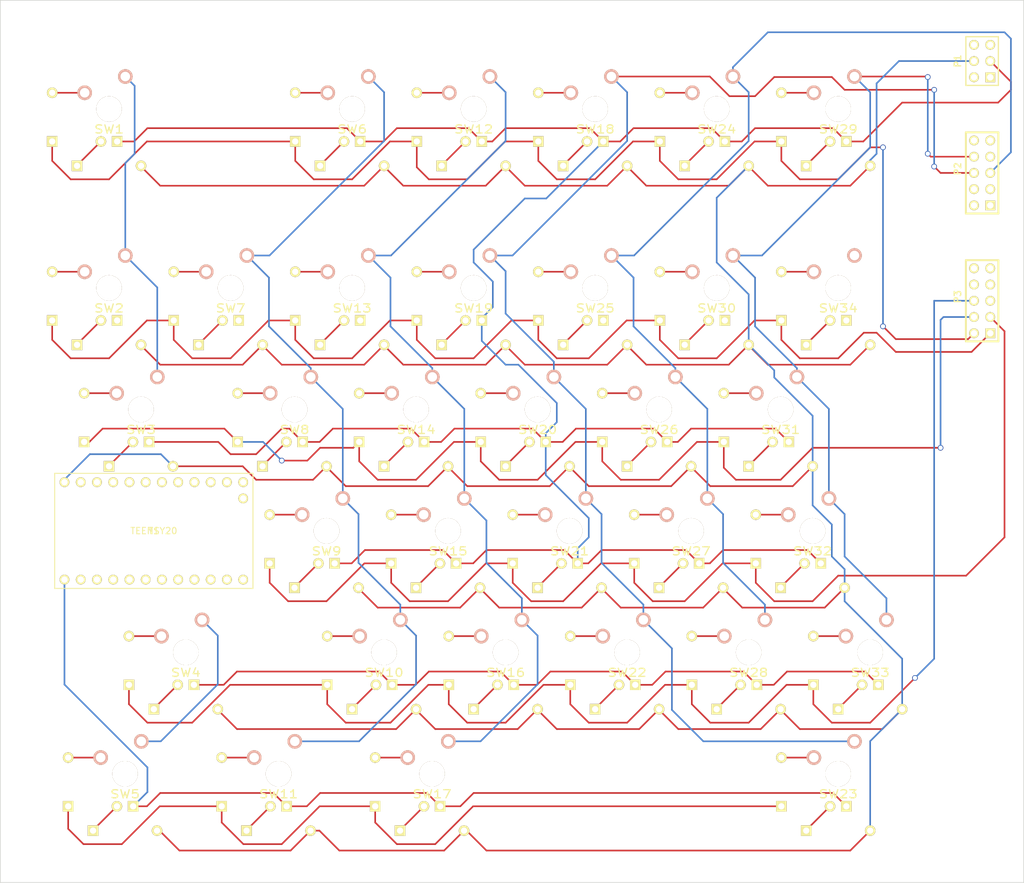
<source format=kicad_pcb>
(kicad_pcb (version 3) (host pcbnew "(2013-07-07 BZR 4022)-stable")

  (general
    (links 227)
    (no_connects 35)
    (area 29.949999 29.949999 190.050001 168.050001)
    (thickness 1.6)
    (drawings 4)
    (tracks 664)
    (zones 0)
    (modules 38)
    (nets 95)
  )

  (page A3)
  (layers
    (15 F.Cu signal)
    (0 B.Cu signal)
    (16 B.Adhes user)
    (17 F.Adhes user)
    (18 B.Paste user)
    (19 F.Paste user)
    (20 B.SilkS user)
    (21 F.SilkS user)
    (22 B.Mask user)
    (23 F.Mask user)
    (24 Dwgs.User user)
    (25 Cmts.User user)
    (26 Eco1.User user)
    (27 Eco2.User user)
    (28 Edge.Cuts user)
  )

  (setup
    (last_trace_width 0.254)
    (trace_clearance 0.254)
    (zone_clearance 0.508)
    (zone_45_only no)
    (trace_min 0.254)
    (segment_width 0.2)
    (edge_width 0.1)
    (via_size 0.889)
    (via_drill 0.635)
    (via_min_size 0.889)
    (via_min_drill 0.508)
    (uvia_size 0.508)
    (uvia_drill 0.127)
    (uvias_allowed no)
    (uvia_min_size 0.508)
    (uvia_min_drill 0.127)
    (pcb_text_width 0.3)
    (pcb_text_size 1.5 1.5)
    (mod_edge_width 0.15)
    (mod_text_size 1 1)
    (mod_text_width 0.15)
    (pad_size 1.524 1.524)
    (pad_drill 1.016)
    (pad_to_mask_clearance 0)
    (aux_axis_origin 0 0)
    (visible_elements 7FFFFFFF)
    (pcbplotparams
      (layerselection 3178497)
      (usegerberextensions true)
      (excludeedgelayer true)
      (linewidth 0.150000)
      (plotframeref false)
      (viasonmask false)
      (mode 1)
      (useauxorigin false)
      (hpglpennumber 1)
      (hpglpenspeed 20)
      (hpglpendiameter 15)
      (hpglpenoverlay 2)
      (psnegative false)
      (psa4output false)
      (plotreference true)
      (plotvalue true)
      (plotothertext true)
      (plotinvisibletext false)
      (padsonsilk false)
      (subtractmaskfromsilk false)
      (outputformat 1)
      (mirror false)
      (drillshape 1)
      (scaleselection 1)
      (outputdirectory ""))
  )

  (net 0 "")
  (net 1 N-000001)
  (net 2 N-0000010)
  (net 3 N-0000011)
  (net 4 N-0000012)
  (net 5 N-0000013)
  (net 6 N-0000014)
  (net 7 N-0000015)
  (net 8 N-0000016)
  (net 9 N-0000017)
  (net 10 N-0000018)
  (net 11 N-0000019)
  (net 12 N-000002)
  (net 13 N-0000020)
  (net 14 N-0000021)
  (net 15 N-0000022)
  (net 16 N-0000023)
  (net 17 N-0000024)
  (net 18 N-0000025)
  (net 19 N-0000026)
  (net 20 N-0000027)
  (net 21 N-0000028)
  (net 22 N-0000029)
  (net 23 N-000003)
  (net 24 N-0000030)
  (net 25 N-0000031)
  (net 26 N-0000032)
  (net 27 N-0000033)
  (net 28 N-0000034)
  (net 29 N-0000035)
  (net 30 N-0000036)
  (net 31 N-0000037)
  (net 32 N-0000038)
  (net 33 N-0000039)
  (net 34 N-000004)
  (net 35 N-0000040)
  (net 36 N-0000041)
  (net 37 N-0000042)
  (net 38 N-0000043)
  (net 39 N-0000044)
  (net 40 N-0000045)
  (net 41 N-0000046)
  (net 42 N-0000047)
  (net 43 N-0000048)
  (net 44 N-0000049)
  (net 45 N-000005)
  (net 46 N-0000050)
  (net 47 N-0000051)
  (net 48 N-0000052)
  (net 49 N-0000053)
  (net 50 N-0000054)
  (net 51 N-0000055)
  (net 52 N-0000056)
  (net 53 N-0000057)
  (net 54 N-0000058)
  (net 55 N-0000059)
  (net 56 N-000006)
  (net 57 N-0000060)
  (net 58 N-0000061)
  (net 59 N-0000062)
  (net 60 N-0000063)
  (net 61 N-0000064)
  (net 62 N-0000065)
  (net 63 N-0000066)
  (net 64 N-0000067)
  (net 65 N-0000068)
  (net 66 N-0000069)
  (net 67 N-000007)
  (net 68 N-0000070)
  (net 69 N-0000071)
  (net 70 N-0000072)
  (net 71 N-0000073)
  (net 72 N-0000074)
  (net 73 N-0000075)
  (net 74 N-0000076)
  (net 75 N-0000077)
  (net 76 N-0000078)
  (net 77 N-0000079)
  (net 78 N-000008)
  (net 79 N-0000080)
  (net 80 N-0000081)
  (net 81 N-0000082)
  (net 82 N-0000083)
  (net 83 N-0000084)
  (net 84 N-0000085)
  (net 85 N-0000086)
  (net 86 N-0000087)
  (net 87 N-0000088)
  (net 88 N-0000089)
  (net 89 N-000009)
  (net 90 N-0000090)
  (net 91 N-0000091)
  (net 92 N-0000092)
  (net 93 N-0000093)
  (net 94 N-0000094)

  (net_class Default "This is the default net class."
    (clearance 0.254)
    (trace_width 0.254)
    (via_dia 0.889)
    (via_drill 0.635)
    (uvia_dia 0.508)
    (uvia_drill 0.127)
    (add_net "")
    (add_net N-000001)
    (add_net N-0000010)
    (add_net N-0000011)
    (add_net N-0000012)
    (add_net N-0000013)
    (add_net N-0000014)
    (add_net N-0000015)
    (add_net N-0000016)
    (add_net N-0000017)
    (add_net N-0000018)
    (add_net N-0000019)
    (add_net N-000002)
    (add_net N-0000020)
    (add_net N-0000021)
    (add_net N-0000022)
    (add_net N-0000023)
    (add_net N-0000024)
    (add_net N-0000025)
    (add_net N-0000026)
    (add_net N-0000027)
    (add_net N-0000028)
    (add_net N-0000029)
    (add_net N-000003)
    (add_net N-0000030)
    (add_net N-0000031)
    (add_net N-0000032)
    (add_net N-0000033)
    (add_net N-0000034)
    (add_net N-0000035)
    (add_net N-0000036)
    (add_net N-0000037)
    (add_net N-0000038)
    (add_net N-0000039)
    (add_net N-000004)
    (add_net N-0000040)
    (add_net N-0000041)
    (add_net N-0000042)
    (add_net N-0000043)
    (add_net N-0000044)
    (add_net N-0000045)
    (add_net N-0000046)
    (add_net N-0000047)
    (add_net N-0000048)
    (add_net N-0000049)
    (add_net N-000005)
    (add_net N-0000050)
    (add_net N-0000051)
    (add_net N-0000052)
    (add_net N-0000053)
    (add_net N-0000054)
    (add_net N-0000055)
    (add_net N-0000056)
    (add_net N-0000057)
    (add_net N-0000058)
    (add_net N-0000059)
    (add_net N-000006)
    (add_net N-0000060)
    (add_net N-0000061)
    (add_net N-0000062)
    (add_net N-0000063)
    (add_net N-0000064)
    (add_net N-0000065)
    (add_net N-0000066)
    (add_net N-0000067)
    (add_net N-0000068)
    (add_net N-0000069)
    (add_net N-000007)
    (add_net N-0000070)
    (add_net N-0000071)
    (add_net N-0000072)
    (add_net N-0000073)
    (add_net N-0000074)
    (add_net N-0000075)
    (add_net N-0000076)
    (add_net N-0000077)
    (add_net N-0000078)
    (add_net N-0000079)
    (add_net N-000008)
    (add_net N-0000080)
    (add_net N-0000081)
    (add_net N-0000082)
    (add_net N-0000083)
    (add_net N-0000084)
    (add_net N-0000085)
    (add_net N-0000086)
    (add_net N-0000087)
    (add_net N-0000088)
    (add_net N-0000089)
    (add_net N-000009)
    (add_net N-0000090)
    (add_net N-0000091)
    (add_net N-0000092)
    (add_net N-0000093)
    (add_net N-0000094)
  )

  (module SW_DIODE (layer F.Cu) (tedit 544F28E3) (tstamp 54559619)
    (at 138 113)
    (path /5455844B)
    (fp_text reference SW27 (at 0 3.175) (layer F.SilkS)
      (effects (font (size 1.27 1.524) (thickness 0.2032)))
    )
    (fp_text value SW_DIODE (at 0 5.08) (layer F.SilkS) hide
      (effects (font (size 1.27 1.524) (thickness 0.2032)))
    )
    (fp_line (start -6.985 -6.985) (end 6.985 -6.985) (layer Eco2.User) (width 0.1524))
    (fp_line (start 6.985 -6.985) (end 6.985 6.985) (layer Eco2.User) (width 0.1524))
    (fp_line (start 6.985 6.985) (end -6.985 6.985) (layer Eco2.User) (width 0.1524))
    (fp_line (start -6.985 6.985) (end -6.985 -6.985) (layer Eco2.User) (width 0.1524))
    (pad 1 thru_hole circle (at 2.54 -5.08) (size 2.286 2.286) (drill 1.4986)
      (layers *.Cu *.SilkS *.Mask)
      (net 43 N-0000048)
    )
    (pad 2 thru_hole circle (at -3.81 -2.54) (size 2.286 2.286) (drill 1.4986)
      (layers *.Cu *.SilkS *.Mask)
      (net 91 N-0000091)
    )
    (pad HOLE thru_hole circle (at 0 0) (size 3.9878 3.9878) (drill 3.9878)
      (layers *.Cu *.Mask F.SilkS)
    )
    (pad 3 thru_hole circle (at -8.89 -2.54) (size 1.651 1.651) (drill 0.9906)
      (layers *.Cu *.Mask F.SilkS)
      (net 91 N-0000091)
    )
    (pad 4 thru_hole rect (at -8.89 5.08) (size 1.651 1.651) (drill 0.9906)
      (layers *.Cu *.Mask F.SilkS)
      (net 1 N-000001)
    )
    (pad 7 thru_hole circle (at -1.27 5.08) (size 1.651 1.651) (drill 0.9906)
      (layers *.Cu *.Mask F.SilkS)
      (net 64 N-0000067)
    )
    (pad 8 thru_hole rect (at 1.27 5.08) (size 1.651 1.651) (drill 0.9906)
      (layers *.Cu *.Mask F.SilkS)
      (net 34 N-000004)
    )
    (pad 6 thru_hole rect (at -5 8.89) (size 1.651 1.651) (drill 0.9906)
      (layers *.Cu *.Mask F.SilkS)
      (net 64 N-0000067)
    )
    (pad 5 thru_hole circle (at 5 8.89) (size 1.651 1.651) (drill 0.9906)
      (layers *.Cu *.Mask F.SilkS)
      (net 44 N-0000049)
    )
  )

  (module SW_DIODE (layer F.Cu) (tedit 544F28E3) (tstamp 5455962A)
    (at 104 75)
    (path /5455841B)
    (fp_text reference SW19 (at 0 3.175) (layer F.SilkS)
      (effects (font (size 1.27 1.524) (thickness 0.2032)))
    )
    (fp_text value SW_DIODE (at 0 5.08) (layer F.SilkS) hide
      (effects (font (size 1.27 1.524) (thickness 0.2032)))
    )
    (fp_line (start -6.985 -6.985) (end 6.985 -6.985) (layer Eco2.User) (width 0.1524))
    (fp_line (start 6.985 -6.985) (end 6.985 6.985) (layer Eco2.User) (width 0.1524))
    (fp_line (start 6.985 6.985) (end -6.985 6.985) (layer Eco2.User) (width 0.1524))
    (fp_line (start -6.985 6.985) (end -6.985 -6.985) (layer Eco2.User) (width 0.1524))
    (pad 1 thru_hole circle (at 2.54 -5.08) (size 2.286 2.286) (drill 1.4986)
      (layers *.Cu *.SilkS *.Mask)
      (net 48 N-0000052)
    )
    (pad 2 thru_hole circle (at -3.81 -2.54) (size 2.286 2.286) (drill 1.4986)
      (layers *.Cu *.SilkS *.Mask)
      (net 52 N-0000056)
    )
    (pad HOLE thru_hole circle (at 0 0) (size 3.9878 3.9878) (drill 3.9878)
      (layers *.Cu *.Mask F.SilkS)
    )
    (pad 3 thru_hole circle (at -8.89 -2.54) (size 1.651 1.651) (drill 0.9906)
      (layers *.Cu *.Mask F.SilkS)
      (net 52 N-0000056)
    )
    (pad 4 thru_hole rect (at -8.89 5.08) (size 1.651 1.651) (drill 0.9906)
      (layers *.Cu *.Mask F.SilkS)
      (net 42 N-0000047)
    )
    (pad 7 thru_hole circle (at -1.27 5.08) (size 1.651 1.651) (drill 0.9906)
      (layers *.Cu *.Mask F.SilkS)
      (net 53 N-0000057)
    )
    (pad 8 thru_hole rect (at 1.27 5.08) (size 1.651 1.651) (drill 0.9906)
      (layers *.Cu *.Mask F.SilkS)
      (net 34 N-000004)
    )
    (pad 6 thru_hole rect (at -5 8.89) (size 1.651 1.651) (drill 0.9906)
      (layers *.Cu *.Mask F.SilkS)
      (net 53 N-0000057)
    )
    (pad 5 thru_hole circle (at 5 8.89) (size 1.651 1.651) (drill 0.9906)
      (layers *.Cu *.Mask F.SilkS)
      (net 44 N-0000049)
    )
  )

  (module SW_DIODE (layer F.Cu) (tedit 544F28E3) (tstamp 5455963B)
    (at 114 94)
    (path /54558421)
    (fp_text reference SW20 (at 0 3.175) (layer F.SilkS)
      (effects (font (size 1.27 1.524) (thickness 0.2032)))
    )
    (fp_text value SW_DIODE (at 0 5.08) (layer F.SilkS) hide
      (effects (font (size 1.27 1.524) (thickness 0.2032)))
    )
    (fp_line (start -6.985 -6.985) (end 6.985 -6.985) (layer Eco2.User) (width 0.1524))
    (fp_line (start 6.985 -6.985) (end 6.985 6.985) (layer Eco2.User) (width 0.1524))
    (fp_line (start 6.985 6.985) (end -6.985 6.985) (layer Eco2.User) (width 0.1524))
    (fp_line (start -6.985 6.985) (end -6.985 -6.985) (layer Eco2.User) (width 0.1524))
    (pad 1 thru_hole circle (at 2.54 -5.08) (size 2.286 2.286) (drill 1.4986)
      (layers *.Cu *.SilkS *.Mask)
      (net 48 N-0000052)
    )
    (pad 2 thru_hole circle (at -3.81 -2.54) (size 2.286 2.286) (drill 1.4986)
      (layers *.Cu *.SilkS *.Mask)
      (net 50 N-0000054)
    )
    (pad HOLE thru_hole circle (at 0 0) (size 3.9878 3.9878) (drill 3.9878)
      (layers *.Cu *.Mask F.SilkS)
    )
    (pad 3 thru_hole circle (at -8.89 -2.54) (size 1.651 1.651) (drill 0.9906)
      (layers *.Cu *.Mask F.SilkS)
      (net 50 N-0000054)
    )
    (pad 4 thru_hole rect (at -8.89 5.08) (size 1.651 1.651) (drill 0.9906)
      (layers *.Cu *.Mask F.SilkS)
      (net 45 N-000005)
    )
    (pad 7 thru_hole circle (at -1.27 5.08) (size 1.651 1.651) (drill 0.9906)
      (layers *.Cu *.Mask F.SilkS)
      (net 54 N-0000058)
    )
    (pad 8 thru_hole rect (at 1.27 5.08) (size 1.651 1.651) (drill 0.9906)
      (layers *.Cu *.Mask F.SilkS)
      (net 34 N-000004)
    )
    (pad 6 thru_hole rect (at -5 8.89) (size 1.651 1.651) (drill 0.9906)
      (layers *.Cu *.Mask F.SilkS)
      (net 54 N-0000058)
    )
    (pad 5 thru_hole circle (at 5 8.89) (size 1.651 1.651) (drill 0.9906)
      (layers *.Cu *.Mask F.SilkS)
      (net 44 N-0000049)
    )
  )

  (module SW_DIODE (layer F.Cu) (tedit 544F28E3) (tstamp 5455964C)
    (at 119 113)
    (path /54558427)
    (fp_text reference SW21 (at 0 3.175) (layer F.SilkS)
      (effects (font (size 1.27 1.524) (thickness 0.2032)))
    )
    (fp_text value SW_DIODE (at 0 5.08) (layer F.SilkS) hide
      (effects (font (size 1.27 1.524) (thickness 0.2032)))
    )
    (fp_line (start -6.985 -6.985) (end 6.985 -6.985) (layer Eco2.User) (width 0.1524))
    (fp_line (start 6.985 -6.985) (end 6.985 6.985) (layer Eco2.User) (width 0.1524))
    (fp_line (start 6.985 6.985) (end -6.985 6.985) (layer Eco2.User) (width 0.1524))
    (fp_line (start -6.985 6.985) (end -6.985 -6.985) (layer Eco2.User) (width 0.1524))
    (pad 1 thru_hole circle (at 2.54 -5.08) (size 2.286 2.286) (drill 1.4986)
      (layers *.Cu *.SilkS *.Mask)
      (net 48 N-0000052)
    )
    (pad 2 thru_hole circle (at -3.81 -2.54) (size 2.286 2.286) (drill 1.4986)
      (layers *.Cu *.SilkS *.Mask)
      (net 55 N-0000059)
    )
    (pad HOLE thru_hole circle (at 0 0) (size 3.9878 3.9878) (drill 3.9878)
      (layers *.Cu *.Mask F.SilkS)
    )
    (pad 3 thru_hole circle (at -8.89 -2.54) (size 1.651 1.651) (drill 0.9906)
      (layers *.Cu *.Mask F.SilkS)
      (net 55 N-0000059)
    )
    (pad 4 thru_hole rect (at -8.89 5.08) (size 1.651 1.651) (drill 0.9906)
      (layers *.Cu *.Mask F.SilkS)
      (net 1 N-000001)
    )
    (pad 7 thru_hole circle (at -1.27 5.08) (size 1.651 1.651) (drill 0.9906)
      (layers *.Cu *.Mask F.SilkS)
      (net 57 N-0000060)
    )
    (pad 8 thru_hole rect (at 1.27 5.08) (size 1.651 1.651) (drill 0.9906)
      (layers *.Cu *.Mask F.SilkS)
      (net 34 N-000004)
    )
    (pad 6 thru_hole rect (at -5 8.89) (size 1.651 1.651) (drill 0.9906)
      (layers *.Cu *.Mask F.SilkS)
      (net 57 N-0000060)
    )
    (pad 5 thru_hole circle (at 5 8.89) (size 1.651 1.651) (drill 0.9906)
      (layers *.Cu *.Mask F.SilkS)
      (net 44 N-0000049)
    )
  )

  (module SW_DIODE (layer F.Cu) (tedit 544F28E3) (tstamp 5455965D)
    (at 128 132)
    (path /5455842D)
    (fp_text reference SW22 (at 0 3.175) (layer F.SilkS)
      (effects (font (size 1.27 1.524) (thickness 0.2032)))
    )
    (fp_text value SW_DIODE (at 0 5.08) (layer F.SilkS) hide
      (effects (font (size 1.27 1.524) (thickness 0.2032)))
    )
    (fp_line (start -6.985 -6.985) (end 6.985 -6.985) (layer Eco2.User) (width 0.1524))
    (fp_line (start 6.985 -6.985) (end 6.985 6.985) (layer Eco2.User) (width 0.1524))
    (fp_line (start 6.985 6.985) (end -6.985 6.985) (layer Eco2.User) (width 0.1524))
    (fp_line (start -6.985 6.985) (end -6.985 -6.985) (layer Eco2.User) (width 0.1524))
    (pad 1 thru_hole circle (at 2.54 -5.08) (size 2.286 2.286) (drill 1.4986)
      (layers *.Cu *.SilkS *.Mask)
      (net 48 N-0000052)
    )
    (pad 2 thru_hole circle (at -3.81 -2.54) (size 2.286 2.286) (drill 1.4986)
      (layers *.Cu *.SilkS *.Mask)
      (net 20 N-0000027)
    )
    (pad HOLE thru_hole circle (at 0 0) (size 3.9878 3.9878) (drill 3.9878)
      (layers *.Cu *.Mask F.SilkS)
    )
    (pad 3 thru_hole circle (at -8.89 -2.54) (size 1.651 1.651) (drill 0.9906)
      (layers *.Cu *.Mask F.SilkS)
      (net 20 N-0000027)
    )
    (pad 4 thru_hole rect (at -8.89 5.08) (size 1.651 1.651) (drill 0.9906)
      (layers *.Cu *.Mask F.SilkS)
      (net 23 N-000003)
    )
    (pad 7 thru_hole circle (at -1.27 5.08) (size 1.651 1.651) (drill 0.9906)
      (layers *.Cu *.Mask F.SilkS)
      (net 21 N-0000028)
    )
    (pad 8 thru_hole rect (at 1.27 5.08) (size 1.651 1.651) (drill 0.9906)
      (layers *.Cu *.Mask F.SilkS)
      (net 18 N-0000025)
    )
    (pad 6 thru_hole rect (at -5 8.89) (size 1.651 1.651) (drill 0.9906)
      (layers *.Cu *.Mask F.SilkS)
      (net 21 N-0000028)
    )
    (pad 5 thru_hole circle (at 5 8.89) (size 1.651 1.651) (drill 0.9906)
      (layers *.Cu *.Mask F.SilkS)
      (net 44 N-0000049)
    )
  )

  (module SW_DIODE (layer F.Cu) (tedit 544F28E3) (tstamp 5455966E)
    (at 161 151)
    (path /54558433)
    (fp_text reference SW23 (at 0 3.175) (layer F.SilkS)
      (effects (font (size 1.27 1.524) (thickness 0.2032)))
    )
    (fp_text value SW_DIODE (at 0 5.08) (layer F.SilkS) hide
      (effects (font (size 1.27 1.524) (thickness 0.2032)))
    )
    (fp_line (start -6.985 -6.985) (end 6.985 -6.985) (layer Eco2.User) (width 0.1524))
    (fp_line (start 6.985 -6.985) (end 6.985 6.985) (layer Eco2.User) (width 0.1524))
    (fp_line (start 6.985 6.985) (end -6.985 6.985) (layer Eco2.User) (width 0.1524))
    (fp_line (start -6.985 6.985) (end -6.985 -6.985) (layer Eco2.User) (width 0.1524))
    (pad 1 thru_hole circle (at 2.54 -5.08) (size 2.286 2.286) (drill 1.4986)
      (layers *.Cu *.SilkS *.Mask)
      (net 48 N-0000052)
    )
    (pad 2 thru_hole circle (at -3.81 -2.54) (size 2.286 2.286) (drill 1.4986)
      (layers *.Cu *.SilkS *.Mask)
      (net 22 N-0000029)
    )
    (pad HOLE thru_hole circle (at 0 0) (size 3.9878 3.9878) (drill 3.9878)
      (layers *.Cu *.Mask F.SilkS)
    )
    (pad 3 thru_hole circle (at -8.89 -2.54) (size 1.651 1.651) (drill 0.9906)
      (layers *.Cu *.Mask F.SilkS)
      (net 22 N-0000029)
    )
    (pad 4 thru_hole rect (at -8.89 5.08) (size 1.651 1.651) (drill 0.9906)
      (layers *.Cu *.Mask F.SilkS)
      (net 12 N-000002)
    )
    (pad 7 thru_hole circle (at -1.27 5.08) (size 1.651 1.651) (drill 0.9906)
      (layers *.Cu *.Mask F.SilkS)
      (net 24 N-0000030)
    )
    (pad 8 thru_hole rect (at 1.27 5.08) (size 1.651 1.651) (drill 0.9906)
      (layers *.Cu *.Mask F.SilkS)
      (net 34 N-000004)
    )
    (pad 6 thru_hole rect (at -5 8.89) (size 1.651 1.651) (drill 0.9906)
      (layers *.Cu *.Mask F.SilkS)
      (net 24 N-0000030)
    )
    (pad 5 thru_hole circle (at 5 8.89) (size 1.651 1.651) (drill 0.9906)
      (layers *.Cu *.Mask F.SilkS)
      (net 44 N-0000049)
    )
  )

  (module SW_DIODE (layer F.Cu) (tedit 544F28E3) (tstamp 5455967F)
    (at 142 47)
    (path /54558439)
    (fp_text reference SW24 (at 0 3.175) (layer F.SilkS)
      (effects (font (size 1.27 1.524) (thickness 0.2032)))
    )
    (fp_text value SW_DIODE (at 0 5.08) (layer F.SilkS) hide
      (effects (font (size 1.27 1.524) (thickness 0.2032)))
    )
    (fp_line (start -6.985 -6.985) (end 6.985 -6.985) (layer Eco2.User) (width 0.1524))
    (fp_line (start 6.985 -6.985) (end 6.985 6.985) (layer Eco2.User) (width 0.1524))
    (fp_line (start 6.985 6.985) (end -6.985 6.985) (layer Eco2.User) (width 0.1524))
    (fp_line (start -6.985 6.985) (end -6.985 -6.985) (layer Eco2.User) (width 0.1524))
    (pad 1 thru_hole circle (at 2.54 -5.08) (size 2.286 2.286) (drill 1.4986)
      (layers *.Cu *.SilkS *.Mask)
      (net 43 N-0000048)
    )
    (pad 2 thru_hole circle (at -3.81 -2.54) (size 2.286 2.286) (drill 1.4986)
      (layers *.Cu *.SilkS *.Mask)
      (net 65 N-0000068)
    )
    (pad HOLE thru_hole circle (at 0 0) (size 3.9878 3.9878) (drill 3.9878)
      (layers *.Cu *.Mask F.SilkS)
    )
    (pad 3 thru_hole circle (at -8.89 -2.54) (size 1.651 1.651) (drill 0.9906)
      (layers *.Cu *.Mask F.SilkS)
      (net 65 N-0000068)
    )
    (pad 4 thru_hole rect (at -8.89 5.08) (size 1.651 1.651) (drill 0.9906)
      (layers *.Cu *.Mask F.SilkS)
      (net 40 N-0000045)
    )
    (pad 7 thru_hole circle (at -1.27 5.08) (size 1.651 1.651) (drill 0.9906)
      (layers *.Cu *.Mask F.SilkS)
      (net 66 N-0000069)
    )
    (pad 8 thru_hole rect (at 1.27 5.08) (size 1.651 1.651) (drill 0.9906)
      (layers *.Cu *.Mask F.SilkS)
      (net 34 N-000004)
    )
    (pad 6 thru_hole rect (at -5 8.89) (size 1.651 1.651) (drill 0.9906)
      (layers *.Cu *.Mask F.SilkS)
      (net 66 N-0000069)
    )
    (pad 5 thru_hole circle (at 5 8.89) (size 1.651 1.651) (drill 0.9906)
      (layers *.Cu *.Mask F.SilkS)
      (net 44 N-0000049)
    )
  )

  (module SW_DIODE (layer F.Cu) (tedit 544F28E3) (tstamp 54559690)
    (at 123 75)
    (path /5455843F)
    (fp_text reference SW25 (at 0 3.175) (layer F.SilkS)
      (effects (font (size 1.27 1.524) (thickness 0.2032)))
    )
    (fp_text value SW_DIODE (at 0 5.08) (layer F.SilkS) hide
      (effects (font (size 1.27 1.524) (thickness 0.2032)))
    )
    (fp_line (start -6.985 -6.985) (end 6.985 -6.985) (layer Eco2.User) (width 0.1524))
    (fp_line (start 6.985 -6.985) (end 6.985 6.985) (layer Eco2.User) (width 0.1524))
    (fp_line (start 6.985 6.985) (end -6.985 6.985) (layer Eco2.User) (width 0.1524))
    (fp_line (start -6.985 6.985) (end -6.985 -6.985) (layer Eco2.User) (width 0.1524))
    (pad 1 thru_hole circle (at 2.54 -5.08) (size 2.286 2.286) (drill 1.4986)
      (layers *.Cu *.SilkS *.Mask)
      (net 43 N-0000048)
    )
    (pad 2 thru_hole circle (at -3.81 -2.54) (size 2.286 2.286) (drill 1.4986)
      (layers *.Cu *.SilkS *.Mask)
      (net 68 N-0000070)
    )
    (pad HOLE thru_hole circle (at 0 0) (size 3.9878 3.9878) (drill 3.9878)
      (layers *.Cu *.Mask F.SilkS)
    )
    (pad 3 thru_hole circle (at -8.89 -2.54) (size 1.651 1.651) (drill 0.9906)
      (layers *.Cu *.Mask F.SilkS)
      (net 68 N-0000070)
    )
    (pad 4 thru_hole rect (at -8.89 5.08) (size 1.651 1.651) (drill 0.9906)
      (layers *.Cu *.Mask F.SilkS)
      (net 42 N-0000047)
    )
    (pad 7 thru_hole circle (at -1.27 5.08) (size 1.651 1.651) (drill 0.9906)
      (layers *.Cu *.Mask F.SilkS)
      (net 61 N-0000064)
    )
    (pad 8 thru_hole rect (at 1.27 5.08) (size 1.651 1.651) (drill 0.9906)
      (layers *.Cu *.Mask F.SilkS)
      (net 34 N-000004)
    )
    (pad 6 thru_hole rect (at -5 8.89) (size 1.651 1.651) (drill 0.9906)
      (layers *.Cu *.Mask F.SilkS)
      (net 61 N-0000064)
    )
    (pad 5 thru_hole circle (at 5 8.89) (size 1.651 1.651) (drill 0.9906)
      (layers *.Cu *.Mask F.SilkS)
      (net 44 N-0000049)
    )
  )

  (module SW_DIODE (layer F.Cu) (tedit 544F28E3) (tstamp 545596A1)
    (at 133 94)
    (path /54558445)
    (fp_text reference SW26 (at 0 3.175) (layer F.SilkS)
      (effects (font (size 1.27 1.524) (thickness 0.2032)))
    )
    (fp_text value SW_DIODE (at 0 5.08) (layer F.SilkS) hide
      (effects (font (size 1.27 1.524) (thickness 0.2032)))
    )
    (fp_line (start -6.985 -6.985) (end 6.985 -6.985) (layer Eco2.User) (width 0.1524))
    (fp_line (start 6.985 -6.985) (end 6.985 6.985) (layer Eco2.User) (width 0.1524))
    (fp_line (start 6.985 6.985) (end -6.985 6.985) (layer Eco2.User) (width 0.1524))
    (fp_line (start -6.985 6.985) (end -6.985 -6.985) (layer Eco2.User) (width 0.1524))
    (pad 1 thru_hole circle (at 2.54 -5.08) (size 2.286 2.286) (drill 1.4986)
      (layers *.Cu *.SilkS *.Mask)
      (net 43 N-0000048)
    )
    (pad 2 thru_hole circle (at -3.81 -2.54) (size 2.286 2.286) (drill 1.4986)
      (layers *.Cu *.SilkS *.Mask)
      (net 62 N-0000065)
    )
    (pad HOLE thru_hole circle (at 0 0) (size 3.9878 3.9878) (drill 3.9878)
      (layers *.Cu *.Mask F.SilkS)
    )
    (pad 3 thru_hole circle (at -8.89 -2.54) (size 1.651 1.651) (drill 0.9906)
      (layers *.Cu *.Mask F.SilkS)
      (net 62 N-0000065)
    )
    (pad 4 thru_hole rect (at -8.89 5.08) (size 1.651 1.651) (drill 0.9906)
      (layers *.Cu *.Mask F.SilkS)
      (net 45 N-000005)
    )
    (pad 7 thru_hole circle (at -1.27 5.08) (size 1.651 1.651) (drill 0.9906)
      (layers *.Cu *.Mask F.SilkS)
      (net 63 N-0000066)
    )
    (pad 8 thru_hole rect (at 1.27 5.08) (size 1.651 1.651) (drill 0.9906)
      (layers *.Cu *.Mask F.SilkS)
      (net 34 N-000004)
    )
    (pad 6 thru_hole rect (at -5 8.89) (size 1.651 1.651) (drill 0.9906)
      (layers *.Cu *.Mask F.SilkS)
      (net 63 N-0000066)
    )
    (pad 5 thru_hole circle (at 5 8.89) (size 1.651 1.651) (drill 0.9906)
      (layers *.Cu *.Mask F.SilkS)
      (net 44 N-0000049)
    )
  )

  (module SW_DIODE (layer F.Cu) (tedit 544F28E3) (tstamp 545596B2)
    (at 47 47)
    (path /545583A2)
    (fp_text reference SW1 (at 0 3.175) (layer F.SilkS)
      (effects (font (size 1.27 1.524) (thickness 0.2032)))
    )
    (fp_text value SW_DIODE (at 0 5.08) (layer F.SilkS) hide
      (effects (font (size 1.27 1.524) (thickness 0.2032)))
    )
    (fp_line (start -6.985 -6.985) (end 6.985 -6.985) (layer Eco2.User) (width 0.1524))
    (fp_line (start 6.985 -6.985) (end 6.985 6.985) (layer Eco2.User) (width 0.1524))
    (fp_line (start 6.985 6.985) (end -6.985 6.985) (layer Eco2.User) (width 0.1524))
    (fp_line (start -6.985 6.985) (end -6.985 -6.985) (layer Eco2.User) (width 0.1524))
    (pad 1 thru_hole circle (at 2.54 -5.08) (size 2.286 2.286) (drill 1.4986)
      (layers *.Cu *.SilkS *.Mask)
      (net 47 N-0000051)
    )
    (pad 2 thru_hole circle (at -3.81 -2.54) (size 2.286 2.286) (drill 1.4986)
      (layers *.Cu *.SilkS *.Mask)
      (net 72 N-0000074)
    )
    (pad HOLE thru_hole circle (at 0 0) (size 3.9878 3.9878) (drill 3.9878)
      (layers *.Cu *.Mask F.SilkS)
    )
    (pad 3 thru_hole circle (at -8.89 -2.54) (size 1.651 1.651) (drill 0.9906)
      (layers *.Cu *.Mask F.SilkS)
      (net 72 N-0000074)
    )
    (pad 4 thru_hole rect (at -8.89 5.08) (size 1.651 1.651) (drill 0.9906)
      (layers *.Cu *.Mask F.SilkS)
      (net 40 N-0000045)
    )
    (pad 7 thru_hole circle (at -1.27 5.08) (size 1.651 1.651) (drill 0.9906)
      (layers *.Cu *.Mask F.SilkS)
      (net 73 N-0000075)
    )
    (pad 8 thru_hole rect (at 1.27 5.08) (size 1.651 1.651) (drill 0.9906)
      (layers *.Cu *.Mask F.SilkS)
      (net 34 N-000004)
    )
    (pad 6 thru_hole rect (at -5 8.89) (size 1.651 1.651) (drill 0.9906)
      (layers *.Cu *.Mask F.SilkS)
      (net 73 N-0000075)
    )
    (pad 5 thru_hole circle (at 5 8.89) (size 1.651 1.651) (drill 0.9906)
      (layers *.Cu *.Mask F.SilkS)
      (net 44 N-0000049)
    )
  )

  (module SW_DIODE (layer F.Cu) (tedit 544F28E3) (tstamp 545596C3)
    (at 147 132)
    (path /54558451)
    (fp_text reference SW28 (at 0 3.175) (layer F.SilkS)
      (effects (font (size 1.27 1.524) (thickness 0.2032)))
    )
    (fp_text value SW_DIODE (at 0 5.08) (layer F.SilkS) hide
      (effects (font (size 1.27 1.524) (thickness 0.2032)))
    )
    (fp_line (start -6.985 -6.985) (end 6.985 -6.985) (layer Eco2.User) (width 0.1524))
    (fp_line (start 6.985 -6.985) (end 6.985 6.985) (layer Eco2.User) (width 0.1524))
    (fp_line (start 6.985 6.985) (end -6.985 6.985) (layer Eco2.User) (width 0.1524))
    (fp_line (start -6.985 6.985) (end -6.985 -6.985) (layer Eco2.User) (width 0.1524))
    (pad 1 thru_hole circle (at 2.54 -5.08) (size 2.286 2.286) (drill 1.4986)
      (layers *.Cu *.SilkS *.Mask)
      (net 43 N-0000048)
    )
    (pad 2 thru_hole circle (at -3.81 -2.54) (size 2.286 2.286) (drill 1.4986)
      (layers *.Cu *.SilkS *.Mask)
      (net 19 N-0000026)
    )
    (pad HOLE thru_hole circle (at 0 0) (size 3.9878 3.9878) (drill 3.9878)
      (layers *.Cu *.Mask F.SilkS)
    )
    (pad 3 thru_hole circle (at -8.89 -2.54) (size 1.651 1.651) (drill 0.9906)
      (layers *.Cu *.Mask F.SilkS)
      (net 19 N-0000026)
    )
    (pad 4 thru_hole rect (at -8.89 5.08) (size 1.651 1.651) (drill 0.9906)
      (layers *.Cu *.Mask F.SilkS)
      (net 23 N-000003)
    )
    (pad 7 thru_hole circle (at -1.27 5.08) (size 1.651 1.651) (drill 0.9906)
      (layers *.Cu *.Mask F.SilkS)
      (net 25 N-0000031)
    )
    (pad 8 thru_hole rect (at 1.27 5.08) (size 1.651 1.651) (drill 0.9906)
      (layers *.Cu *.Mask F.SilkS)
      (net 18 N-0000025)
    )
    (pad 6 thru_hole rect (at -5 8.89) (size 1.651 1.651) (drill 0.9906)
      (layers *.Cu *.Mask F.SilkS)
      (net 25 N-0000031)
    )
    (pad 5 thru_hole circle (at 5 8.89) (size 1.651 1.651) (drill 0.9906)
      (layers *.Cu *.Mask F.SilkS)
      (net 44 N-0000049)
    )
  )

  (module SW_DIODE (layer F.Cu) (tedit 544F28E3) (tstamp 545596D4)
    (at 161 47)
    (path /5455845D)
    (fp_text reference SW29 (at 0 3.175) (layer F.SilkS)
      (effects (font (size 1.27 1.524) (thickness 0.2032)))
    )
    (fp_text value SW_DIODE (at 0 5.08) (layer F.SilkS) hide
      (effects (font (size 1.27 1.524) (thickness 0.2032)))
    )
    (fp_line (start -6.985 -6.985) (end 6.985 -6.985) (layer Eco2.User) (width 0.1524))
    (fp_line (start 6.985 -6.985) (end 6.985 6.985) (layer Eco2.User) (width 0.1524))
    (fp_line (start 6.985 6.985) (end -6.985 6.985) (layer Eco2.User) (width 0.1524))
    (fp_line (start -6.985 6.985) (end -6.985 -6.985) (layer Eco2.User) (width 0.1524))
    (pad 1 thru_hole circle (at 2.54 -5.08) (size 2.286 2.286) (drill 1.4986)
      (layers *.Cu *.SilkS *.Mask)
      (net 41 N-0000046)
    )
    (pad 2 thru_hole circle (at -3.81 -2.54) (size 2.286 2.286) (drill 1.4986)
      (layers *.Cu *.SilkS *.Mask)
      (net 92 N-0000092)
    )
    (pad HOLE thru_hole circle (at 0 0) (size 3.9878 3.9878) (drill 3.9878)
      (layers *.Cu *.Mask F.SilkS)
    )
    (pad 3 thru_hole circle (at -8.89 -2.54) (size 1.651 1.651) (drill 0.9906)
      (layers *.Cu *.Mask F.SilkS)
      (net 92 N-0000092)
    )
    (pad 4 thru_hole rect (at -8.89 5.08) (size 1.651 1.651) (drill 0.9906)
      (layers *.Cu *.Mask F.SilkS)
      (net 40 N-0000045)
    )
    (pad 7 thru_hole circle (at -1.27 5.08) (size 1.651 1.651) (drill 0.9906)
      (layers *.Cu *.Mask F.SilkS)
      (net 93 N-0000093)
    )
    (pad 8 thru_hole rect (at 1.27 5.08) (size 1.651 1.651) (drill 0.9906)
      (layers *.Cu *.Mask F.SilkS)
      (net 34 N-000004)
    )
    (pad 6 thru_hole rect (at -5 8.89) (size 1.651 1.651) (drill 0.9906)
      (layers *.Cu *.Mask F.SilkS)
      (net 93 N-0000093)
    )
    (pad 5 thru_hole circle (at 5 8.89) (size 1.651 1.651) (drill 0.9906)
      (layers *.Cu *.Mask F.SilkS)
      (net 44 N-0000049)
    )
  )

  (module SW_DIODE (layer F.Cu) (tedit 544F28E3) (tstamp 545596E5)
    (at 142 75)
    (path /54558463)
    (fp_text reference SW30 (at 0 3.175) (layer F.SilkS)
      (effects (font (size 1.27 1.524) (thickness 0.2032)))
    )
    (fp_text value SW_DIODE (at 0 5.08) (layer F.SilkS) hide
      (effects (font (size 1.27 1.524) (thickness 0.2032)))
    )
    (fp_line (start -6.985 -6.985) (end 6.985 -6.985) (layer Eco2.User) (width 0.1524))
    (fp_line (start 6.985 -6.985) (end 6.985 6.985) (layer Eco2.User) (width 0.1524))
    (fp_line (start 6.985 6.985) (end -6.985 6.985) (layer Eco2.User) (width 0.1524))
    (fp_line (start -6.985 6.985) (end -6.985 -6.985) (layer Eco2.User) (width 0.1524))
    (pad 1 thru_hole circle (at 2.54 -5.08) (size 2.286 2.286) (drill 1.4986)
      (layers *.Cu *.SilkS *.Mask)
      (net 41 N-0000046)
    )
    (pad 2 thru_hole circle (at -3.81 -2.54) (size 2.286 2.286) (drill 1.4986)
      (layers *.Cu *.SilkS *.Mask)
      (net 94 N-0000094)
    )
    (pad HOLE thru_hole circle (at 0 0) (size 3.9878 3.9878) (drill 3.9878)
      (layers *.Cu *.Mask F.SilkS)
    )
    (pad 3 thru_hole circle (at -8.89 -2.54) (size 1.651 1.651) (drill 0.9906)
      (layers *.Cu *.Mask F.SilkS)
      (net 94 N-0000094)
    )
    (pad 4 thru_hole rect (at -8.89 5.08) (size 1.651 1.651) (drill 0.9906)
      (layers *.Cu *.Mask F.SilkS)
      (net 42 N-0000047)
    )
    (pad 7 thru_hole circle (at -1.27 5.08) (size 1.651 1.651) (drill 0.9906)
      (layers *.Cu *.Mask F.SilkS)
      (net 8 N-0000016)
    )
    (pad 8 thru_hole rect (at 1.27 5.08) (size 1.651 1.651) (drill 0.9906)
      (layers *.Cu *.Mask F.SilkS)
      (net 34 N-000004)
    )
    (pad 6 thru_hole rect (at -5 8.89) (size 1.651 1.651) (drill 0.9906)
      (layers *.Cu *.Mask F.SilkS)
      (net 8 N-0000016)
    )
    (pad 5 thru_hole circle (at 5 8.89) (size 1.651 1.651) (drill 0.9906)
      (layers *.Cu *.Mask F.SilkS)
      (net 44 N-0000049)
    )
  )

  (module SW_DIODE (layer F.Cu) (tedit 544F28E3) (tstamp 545596F6)
    (at 152 94)
    (path /54558469)
    (fp_text reference SW31 (at 0 3.175) (layer F.SilkS)
      (effects (font (size 1.27 1.524) (thickness 0.2032)))
    )
    (fp_text value SW_DIODE (at 0 5.08) (layer F.SilkS) hide
      (effects (font (size 1.27 1.524) (thickness 0.2032)))
    )
    (fp_line (start -6.985 -6.985) (end 6.985 -6.985) (layer Eco2.User) (width 0.1524))
    (fp_line (start 6.985 -6.985) (end 6.985 6.985) (layer Eco2.User) (width 0.1524))
    (fp_line (start 6.985 6.985) (end -6.985 6.985) (layer Eco2.User) (width 0.1524))
    (fp_line (start -6.985 6.985) (end -6.985 -6.985) (layer Eco2.User) (width 0.1524))
    (pad 1 thru_hole circle (at 2.54 -5.08) (size 2.286 2.286) (drill 1.4986)
      (layers *.Cu *.SilkS *.Mask)
      (net 41 N-0000046)
    )
    (pad 2 thru_hole circle (at -3.81 -2.54) (size 2.286 2.286) (drill 1.4986)
      (layers *.Cu *.SilkS *.Mask)
      (net 9 N-0000017)
    )
    (pad HOLE thru_hole circle (at 0 0) (size 3.9878 3.9878) (drill 3.9878)
      (layers *.Cu *.Mask F.SilkS)
    )
    (pad 3 thru_hole circle (at -8.89 -2.54) (size 1.651 1.651) (drill 0.9906)
      (layers *.Cu *.Mask F.SilkS)
      (net 9 N-0000017)
    )
    (pad 4 thru_hole rect (at -8.89 5.08) (size 1.651 1.651) (drill 0.9906)
      (layers *.Cu *.Mask F.SilkS)
      (net 45 N-000005)
    )
    (pad 7 thru_hole circle (at -1.27 5.08) (size 1.651 1.651) (drill 0.9906)
      (layers *.Cu *.Mask F.SilkS)
      (net 10 N-0000018)
    )
    (pad 8 thru_hole rect (at 1.27 5.08) (size 1.651 1.651) (drill 0.9906)
      (layers *.Cu *.Mask F.SilkS)
      (net 34 N-000004)
    )
    (pad 6 thru_hole rect (at -5 8.89) (size 1.651 1.651) (drill 0.9906)
      (layers *.Cu *.Mask F.SilkS)
      (net 10 N-0000018)
    )
    (pad 5 thru_hole circle (at 5 8.89) (size 1.651 1.651) (drill 0.9906)
      (layers *.Cu *.Mask F.SilkS)
      (net 44 N-0000049)
    )
  )

  (module SW_DIODE (layer F.Cu) (tedit 544F28E3) (tstamp 54559707)
    (at 157 113)
    (path /5455846F)
    (fp_text reference SW32 (at 0 3.175) (layer F.SilkS)
      (effects (font (size 1.27 1.524) (thickness 0.2032)))
    )
    (fp_text value SW_DIODE (at 0 5.08) (layer F.SilkS) hide
      (effects (font (size 1.27 1.524) (thickness 0.2032)))
    )
    (fp_line (start -6.985 -6.985) (end 6.985 -6.985) (layer Eco2.User) (width 0.1524))
    (fp_line (start 6.985 -6.985) (end 6.985 6.985) (layer Eco2.User) (width 0.1524))
    (fp_line (start 6.985 6.985) (end -6.985 6.985) (layer Eco2.User) (width 0.1524))
    (fp_line (start -6.985 6.985) (end -6.985 -6.985) (layer Eco2.User) (width 0.1524))
    (pad 1 thru_hole circle (at 2.54 -5.08) (size 2.286 2.286) (drill 1.4986)
      (layers *.Cu *.SilkS *.Mask)
      (net 41 N-0000046)
    )
    (pad 2 thru_hole circle (at -3.81 -2.54) (size 2.286 2.286) (drill 1.4986)
      (layers *.Cu *.SilkS *.Mask)
      (net 11 N-0000019)
    )
    (pad HOLE thru_hole circle (at 0 0) (size 3.9878 3.9878) (drill 3.9878)
      (layers *.Cu *.Mask F.SilkS)
    )
    (pad 3 thru_hole circle (at -8.89 -2.54) (size 1.651 1.651) (drill 0.9906)
      (layers *.Cu *.Mask F.SilkS)
      (net 11 N-0000019)
    )
    (pad 4 thru_hole rect (at -8.89 5.08) (size 1.651 1.651) (drill 0.9906)
      (layers *.Cu *.Mask F.SilkS)
      (net 1 N-000001)
    )
    (pad 7 thru_hole circle (at -1.27 5.08) (size 1.651 1.651) (drill 0.9906)
      (layers *.Cu *.Mask F.SilkS)
      (net 13 N-0000020)
    )
    (pad 8 thru_hole rect (at 1.27 5.08) (size 1.651 1.651) (drill 0.9906)
      (layers *.Cu *.Mask F.SilkS)
      (net 34 N-000004)
    )
    (pad 6 thru_hole rect (at -5 8.89) (size 1.651 1.651) (drill 0.9906)
      (layers *.Cu *.Mask F.SilkS)
      (net 13 N-0000020)
    )
    (pad 5 thru_hole circle (at 5 8.89) (size 1.651 1.651) (drill 0.9906)
      (layers *.Cu *.Mask F.SilkS)
      (net 44 N-0000049)
    )
  )

  (module SW_DIODE (layer F.Cu) (tedit 544F28E3) (tstamp 54559718)
    (at 166 132)
    (path /54558475)
    (fp_text reference SW33 (at 0 3.175) (layer F.SilkS)
      (effects (font (size 1.27 1.524) (thickness 0.2032)))
    )
    (fp_text value SW_DIODE (at 0 5.08) (layer F.SilkS) hide
      (effects (font (size 1.27 1.524) (thickness 0.2032)))
    )
    (fp_line (start -6.985 -6.985) (end 6.985 -6.985) (layer Eco2.User) (width 0.1524))
    (fp_line (start 6.985 -6.985) (end 6.985 6.985) (layer Eco2.User) (width 0.1524))
    (fp_line (start 6.985 6.985) (end -6.985 6.985) (layer Eco2.User) (width 0.1524))
    (fp_line (start -6.985 6.985) (end -6.985 -6.985) (layer Eco2.User) (width 0.1524))
    (pad 1 thru_hole circle (at 2.54 -5.08) (size 2.286 2.286) (drill 1.4986)
      (layers *.Cu *.SilkS *.Mask)
      (net 41 N-0000046)
    )
    (pad 2 thru_hole circle (at -3.81 -2.54) (size 2.286 2.286) (drill 1.4986)
      (layers *.Cu *.SilkS *.Mask)
      (net 26 N-0000032)
    )
    (pad HOLE thru_hole circle (at 0 0) (size 3.9878 3.9878) (drill 3.9878)
      (layers *.Cu *.Mask F.SilkS)
    )
    (pad 3 thru_hole circle (at -8.89 -2.54) (size 1.651 1.651) (drill 0.9906)
      (layers *.Cu *.Mask F.SilkS)
      (net 26 N-0000032)
    )
    (pad 4 thru_hole rect (at -8.89 5.08) (size 1.651 1.651) (drill 0.9906)
      (layers *.Cu *.Mask F.SilkS)
      (net 23 N-000003)
    )
    (pad 7 thru_hole circle (at -1.27 5.08) (size 1.651 1.651) (drill 0.9906)
      (layers *.Cu *.Mask F.SilkS)
      (net 27 N-0000033)
    )
    (pad 8 thru_hole rect (at 1.27 5.08) (size 1.651 1.651) (drill 0.9906)
      (layers *.Cu *.Mask F.SilkS)
      (net 18 N-0000025)
    )
    (pad 6 thru_hole rect (at -5 8.89) (size 1.651 1.651) (drill 0.9906)
      (layers *.Cu *.Mask F.SilkS)
      (net 27 N-0000033)
    )
    (pad 5 thru_hole circle (at 5 8.89) (size 1.651 1.651) (drill 0.9906)
      (layers *.Cu *.Mask F.SilkS)
      (net 44 N-0000049)
    )
  )

  (module SW_DIODE (layer F.Cu) (tedit 544F28E3) (tstamp 54559729)
    (at 161 75)
    (path /54558487)
    (fp_text reference SW34 (at 0 3.175) (layer F.SilkS)
      (effects (font (size 1.27 1.524) (thickness 0.2032)))
    )
    (fp_text value SW_DIODE (at 0 5.08) (layer F.SilkS) hide
      (effects (font (size 1.27 1.524) (thickness 0.2032)))
    )
    (fp_line (start -6.985 -6.985) (end 6.985 -6.985) (layer Eco2.User) (width 0.1524))
    (fp_line (start 6.985 -6.985) (end 6.985 6.985) (layer Eco2.User) (width 0.1524))
    (fp_line (start 6.985 6.985) (end -6.985 6.985) (layer Eco2.User) (width 0.1524))
    (fp_line (start -6.985 6.985) (end -6.985 -6.985) (layer Eco2.User) (width 0.1524))
    (pad 1 thru_hole circle (at 2.54 -5.08) (size 2.286 2.286) (drill 1.4986)
      (layers *.Cu *.SilkS *.Mask)
      (net 28 N-0000034)
    )
    (pad 2 thru_hole circle (at -3.81 -2.54) (size 2.286 2.286) (drill 1.4986)
      (layers *.Cu *.SilkS *.Mask)
      (net 14 N-0000021)
    )
    (pad HOLE thru_hole circle (at 0 0) (size 3.9878 3.9878) (drill 3.9878)
      (layers *.Cu *.Mask F.SilkS)
    )
    (pad 3 thru_hole circle (at -8.89 -2.54) (size 1.651 1.651) (drill 0.9906)
      (layers *.Cu *.Mask F.SilkS)
      (net 14 N-0000021)
    )
    (pad 4 thru_hole rect (at -8.89 5.08) (size 1.651 1.651) (drill 0.9906)
      (layers *.Cu *.Mask F.SilkS)
      (net 42 N-0000047)
    )
    (pad 7 thru_hole circle (at -1.27 5.08) (size 1.651 1.651) (drill 0.9906)
      (layers *.Cu *.Mask F.SilkS)
      (net 15 N-0000022)
    )
    (pad 8 thru_hole rect (at 1.27 5.08) (size 1.651 1.651) (drill 0.9906)
      (layers *.Cu *.Mask F.SilkS)
      (net 34 N-000004)
    )
    (pad 6 thru_hole rect (at -5 8.89) (size 1.651 1.651) (drill 0.9906)
      (layers *.Cu *.Mask F.SilkS)
      (net 15 N-0000022)
    )
    (pad 5 thru_hole circle (at 5 8.89) (size 1.651 1.651) (drill 0.9906)
      (layers *.Cu *.Mask F.SilkS)
      (net 44 N-0000049)
    )
  )

  (module SW_DIODE (layer F.Cu) (tedit 544F28E3) (tstamp 5455973A)
    (at 123 47)
    (path /54558415)
    (fp_text reference SW18 (at 0 3.175) (layer F.SilkS)
      (effects (font (size 1.27 1.524) (thickness 0.2032)))
    )
    (fp_text value SW_DIODE (at 0 5.08) (layer F.SilkS) hide
      (effects (font (size 1.27 1.524) (thickness 0.2032)))
    )
    (fp_line (start -6.985 -6.985) (end 6.985 -6.985) (layer Eco2.User) (width 0.1524))
    (fp_line (start 6.985 -6.985) (end 6.985 6.985) (layer Eco2.User) (width 0.1524))
    (fp_line (start 6.985 6.985) (end -6.985 6.985) (layer Eco2.User) (width 0.1524))
    (fp_line (start -6.985 6.985) (end -6.985 -6.985) (layer Eco2.User) (width 0.1524))
    (pad 1 thru_hole circle (at 2.54 -5.08) (size 2.286 2.286) (drill 1.4986)
      (layers *.Cu *.SilkS *.Mask)
      (net 48 N-0000052)
    )
    (pad 2 thru_hole circle (at -3.81 -2.54) (size 2.286 2.286) (drill 1.4986)
      (layers *.Cu *.SilkS *.Mask)
      (net 60 N-0000063)
    )
    (pad HOLE thru_hole circle (at 0 0) (size 3.9878 3.9878) (drill 3.9878)
      (layers *.Cu *.Mask F.SilkS)
    )
    (pad 3 thru_hole circle (at -8.89 -2.54) (size 1.651 1.651) (drill 0.9906)
      (layers *.Cu *.Mask F.SilkS)
      (net 60 N-0000063)
    )
    (pad 4 thru_hole rect (at -8.89 5.08) (size 1.651 1.651) (drill 0.9906)
      (layers *.Cu *.Mask F.SilkS)
      (net 40 N-0000045)
    )
    (pad 7 thru_hole circle (at -1.27 5.08) (size 1.651 1.651) (drill 0.9906)
      (layers *.Cu *.Mask F.SilkS)
      (net 51 N-0000055)
    )
    (pad 8 thru_hole rect (at 1.27 5.08) (size 1.651 1.651) (drill 0.9906)
      (layers *.Cu *.Mask F.SilkS)
      (net 34 N-000004)
    )
    (pad 6 thru_hole rect (at -5 8.89) (size 1.651 1.651) (drill 0.9906)
      (layers *.Cu *.Mask F.SilkS)
      (net 51 N-0000055)
    )
    (pad 5 thru_hole circle (at 5 8.89) (size 1.651 1.651) (drill 0.9906)
      (layers *.Cu *.Mask F.SilkS)
      (net 44 N-0000049)
    )
  )

  (module SW_DIODE (layer F.Cu) (tedit 544F28E3) (tstamp 5455974B)
    (at 47 75)
    (path /545583AF)
    (fp_text reference SW2 (at 0 3.175) (layer F.SilkS)
      (effects (font (size 1.27 1.524) (thickness 0.2032)))
    )
    (fp_text value SW_DIODE (at 0 5.08) (layer F.SilkS) hide
      (effects (font (size 1.27 1.524) (thickness 0.2032)))
    )
    (fp_line (start -6.985 -6.985) (end 6.985 -6.985) (layer Eco2.User) (width 0.1524))
    (fp_line (start 6.985 -6.985) (end 6.985 6.985) (layer Eco2.User) (width 0.1524))
    (fp_line (start 6.985 6.985) (end -6.985 6.985) (layer Eco2.User) (width 0.1524))
    (fp_line (start -6.985 6.985) (end -6.985 -6.985) (layer Eco2.User) (width 0.1524))
    (pad 1 thru_hole circle (at 2.54 -5.08) (size 2.286 2.286) (drill 1.4986)
      (layers *.Cu *.SilkS *.Mask)
      (net 47 N-0000051)
    )
    (pad 2 thru_hole circle (at -3.81 -2.54) (size 2.286 2.286) (drill 1.4986)
      (layers *.Cu *.SilkS *.Mask)
      (net 74 N-0000076)
    )
    (pad HOLE thru_hole circle (at 0 0) (size 3.9878 3.9878) (drill 3.9878)
      (layers *.Cu *.Mask F.SilkS)
    )
    (pad 3 thru_hole circle (at -8.89 -2.54) (size 1.651 1.651) (drill 0.9906)
      (layers *.Cu *.Mask F.SilkS)
      (net 74 N-0000076)
    )
    (pad 4 thru_hole rect (at -8.89 5.08) (size 1.651 1.651) (drill 0.9906)
      (layers *.Cu *.Mask F.SilkS)
      (net 42 N-0000047)
    )
    (pad 7 thru_hole circle (at -1.27 5.08) (size 1.651 1.651) (drill 0.9906)
      (layers *.Cu *.Mask F.SilkS)
      (net 75 N-0000077)
    )
    (pad 8 thru_hole rect (at 1.27 5.08) (size 1.651 1.651) (drill 0.9906)
      (layers *.Cu *.Mask F.SilkS)
      (net 34 N-000004)
    )
    (pad 6 thru_hole rect (at -5 8.89) (size 1.651 1.651) (drill 0.9906)
      (layers *.Cu *.Mask F.SilkS)
      (net 75 N-0000077)
    )
    (pad 5 thru_hole circle (at 5 8.89) (size 1.651 1.651) (drill 0.9906)
      (layers *.Cu *.Mask F.SilkS)
      (net 44 N-0000049)
    )
  )

  (module SW_DIODE (layer F.Cu) (tedit 544F28E3) (tstamp 5455975C)
    (at 52 94)
    (path /545583B5)
    (fp_text reference SW3 (at 0 3.175) (layer F.SilkS)
      (effects (font (size 1.27 1.524) (thickness 0.2032)))
    )
    (fp_text value SW_DIODE (at 0 5.08) (layer F.SilkS) hide
      (effects (font (size 1.27 1.524) (thickness 0.2032)))
    )
    (fp_line (start -6.985 -6.985) (end 6.985 -6.985) (layer Eco2.User) (width 0.1524))
    (fp_line (start 6.985 -6.985) (end 6.985 6.985) (layer Eco2.User) (width 0.1524))
    (fp_line (start 6.985 6.985) (end -6.985 6.985) (layer Eco2.User) (width 0.1524))
    (fp_line (start -6.985 6.985) (end -6.985 -6.985) (layer Eco2.User) (width 0.1524))
    (pad 1 thru_hole circle (at 2.54 -5.08) (size 2.286 2.286) (drill 1.4986)
      (layers *.Cu *.SilkS *.Mask)
      (net 47 N-0000051)
    )
    (pad 2 thru_hole circle (at -3.81 -2.54) (size 2.286 2.286) (drill 1.4986)
      (layers *.Cu *.SilkS *.Mask)
      (net 76 N-0000078)
    )
    (pad HOLE thru_hole circle (at 0 0) (size 3.9878 3.9878) (drill 3.9878)
      (layers *.Cu *.Mask F.SilkS)
    )
    (pad 3 thru_hole circle (at -8.89 -2.54) (size 1.651 1.651) (drill 0.9906)
      (layers *.Cu *.Mask F.SilkS)
      (net 76 N-0000078)
    )
    (pad 4 thru_hole rect (at -8.89 5.08) (size 1.651 1.651) (drill 0.9906)
      (layers *.Cu *.Mask F.SilkS)
      (net 45 N-000005)
    )
    (pad 7 thru_hole circle (at -1.27 5.08) (size 1.651 1.651) (drill 0.9906)
      (layers *.Cu *.Mask F.SilkS)
      (net 77 N-0000079)
    )
    (pad 8 thru_hole rect (at 1.27 5.08) (size 1.651 1.651) (drill 0.9906)
      (layers *.Cu *.Mask F.SilkS)
      (net 34 N-000004)
    )
    (pad 6 thru_hole rect (at -5 8.89) (size 1.651 1.651) (drill 0.9906)
      (layers *.Cu *.Mask F.SilkS)
      (net 77 N-0000079)
    )
    (pad 5 thru_hole circle (at 5 8.89) (size 1.651 1.651) (drill 0.9906)
      (layers *.Cu *.Mask F.SilkS)
      (net 44 N-0000049)
    )
  )

  (module SW_DIODE (layer F.Cu) (tedit 544F28E3) (tstamp 5455976D)
    (at 59 132)
    (path /545583C1)
    (fp_text reference SW4 (at 0 3.175) (layer F.SilkS)
      (effects (font (size 1.27 1.524) (thickness 0.2032)))
    )
    (fp_text value SW_DIODE (at 0 5.08) (layer F.SilkS) hide
      (effects (font (size 1.27 1.524) (thickness 0.2032)))
    )
    (fp_line (start -6.985 -6.985) (end 6.985 -6.985) (layer Eco2.User) (width 0.1524))
    (fp_line (start 6.985 -6.985) (end 6.985 6.985) (layer Eco2.User) (width 0.1524))
    (fp_line (start 6.985 6.985) (end -6.985 6.985) (layer Eco2.User) (width 0.1524))
    (fp_line (start -6.985 6.985) (end -6.985 -6.985) (layer Eco2.User) (width 0.1524))
    (pad 1 thru_hole circle (at 2.54 -5.08) (size 2.286 2.286) (drill 1.4986)
      (layers *.Cu *.SilkS *.Mask)
      (net 47 N-0000051)
    )
    (pad 2 thru_hole circle (at -3.81 -2.54) (size 2.286 2.286) (drill 1.4986)
      (layers *.Cu *.SilkS *.Mask)
      (net 16 N-0000023)
    )
    (pad HOLE thru_hole circle (at 0 0) (size 3.9878 3.9878) (drill 3.9878)
      (layers *.Cu *.Mask F.SilkS)
    )
    (pad 3 thru_hole circle (at -8.89 -2.54) (size 1.651 1.651) (drill 0.9906)
      (layers *.Cu *.Mask F.SilkS)
      (net 16 N-0000023)
    )
    (pad 4 thru_hole rect (at -8.89 5.08) (size 1.651 1.651) (drill 0.9906)
      (layers *.Cu *.Mask F.SilkS)
      (net 23 N-000003)
    )
    (pad 7 thru_hole circle (at -1.27 5.08) (size 1.651 1.651) (drill 0.9906)
      (layers *.Cu *.Mask F.SilkS)
      (net 17 N-0000024)
    )
    (pad 8 thru_hole rect (at 1.27 5.08) (size 1.651 1.651) (drill 0.9906)
      (layers *.Cu *.Mask F.SilkS)
      (net 18 N-0000025)
    )
    (pad 6 thru_hole rect (at -5 8.89) (size 1.651 1.651) (drill 0.9906)
      (layers *.Cu *.Mask F.SilkS)
      (net 17 N-0000024)
    )
    (pad 5 thru_hole circle (at 5 8.89) (size 1.651 1.651) (drill 0.9906)
      (layers *.Cu *.Mask F.SilkS)
      (net 44 N-0000049)
    )
  )

  (module SW_DIODE (layer F.Cu) (tedit 544F28E3) (tstamp 5455977E)
    (at 49.5 151)
    (path /545583C7)
    (fp_text reference SW5 (at 0 3.175) (layer F.SilkS)
      (effects (font (size 1.27 1.524) (thickness 0.2032)))
    )
    (fp_text value SW_DIODE (at 0 5.08) (layer F.SilkS) hide
      (effects (font (size 1.27 1.524) (thickness 0.2032)))
    )
    (fp_line (start -6.985 -6.985) (end 6.985 -6.985) (layer Eco2.User) (width 0.1524))
    (fp_line (start 6.985 -6.985) (end 6.985 6.985) (layer Eco2.User) (width 0.1524))
    (fp_line (start 6.985 6.985) (end -6.985 6.985) (layer Eco2.User) (width 0.1524))
    (fp_line (start -6.985 6.985) (end -6.985 -6.985) (layer Eco2.User) (width 0.1524))
    (pad 1 thru_hole circle (at 2.54 -5.08) (size 2.286 2.286) (drill 1.4986)
      (layers *.Cu *.SilkS *.Mask)
      (net 47 N-0000051)
    )
    (pad 2 thru_hole circle (at -3.81 -2.54) (size 2.286 2.286) (drill 1.4986)
      (layers *.Cu *.SilkS *.Mask)
      (net 67 N-000007)
    )
    (pad HOLE thru_hole circle (at 0 0) (size 3.9878 3.9878) (drill 3.9878)
      (layers *.Cu *.Mask F.SilkS)
    )
    (pad 3 thru_hole circle (at -8.89 -2.54) (size 1.651 1.651) (drill 0.9906)
      (layers *.Cu *.Mask F.SilkS)
      (net 67 N-000007)
    )
    (pad 4 thru_hole rect (at -8.89 5.08) (size 1.651 1.651) (drill 0.9906)
      (layers *.Cu *.Mask F.SilkS)
      (net 12 N-000002)
    )
    (pad 7 thru_hole circle (at -1.27 5.08) (size 1.651 1.651) (drill 0.9906)
      (layers *.Cu *.Mask F.SilkS)
      (net 78 N-000008)
    )
    (pad 8 thru_hole rect (at 1.27 5.08) (size 1.651 1.651) (drill 0.9906)
      (layers *.Cu *.Mask F.SilkS)
      (net 34 N-000004)
    )
    (pad 6 thru_hole rect (at -5 8.89) (size 1.651 1.651) (drill 0.9906)
      (layers *.Cu *.Mask F.SilkS)
      (net 78 N-000008)
    )
    (pad 5 thru_hole circle (at 5 8.89) (size 1.651 1.651) (drill 0.9906)
      (layers *.Cu *.Mask F.SilkS)
      (net 44 N-0000049)
    )
  )

  (module SW_DIODE (layer F.Cu) (tedit 544F28E3) (tstamp 5455978F)
    (at 85 47)
    (path /545583CD)
    (fp_text reference SW6 (at 0 3.175) (layer F.SilkS)
      (effects (font (size 1.27 1.524) (thickness 0.2032)))
    )
    (fp_text value SW_DIODE (at 0 5.08) (layer F.SilkS) hide
      (effects (font (size 1.27 1.524) (thickness 0.2032)))
    )
    (fp_line (start -6.985 -6.985) (end 6.985 -6.985) (layer Eco2.User) (width 0.1524))
    (fp_line (start 6.985 -6.985) (end 6.985 6.985) (layer Eco2.User) (width 0.1524))
    (fp_line (start 6.985 6.985) (end -6.985 6.985) (layer Eco2.User) (width 0.1524))
    (fp_line (start -6.985 6.985) (end -6.985 -6.985) (layer Eco2.User) (width 0.1524))
    (pad 1 thru_hole circle (at 2.54 -5.08) (size 2.286 2.286) (drill 1.4986)
      (layers *.Cu *.SilkS *.Mask)
      (net 46 N-0000050)
    )
    (pad 2 thru_hole circle (at -3.81 -2.54) (size 2.286 2.286) (drill 1.4986)
      (layers *.Cu *.SilkS *.Mask)
      (net 69 N-0000071)
    )
    (pad HOLE thru_hole circle (at 0 0) (size 3.9878 3.9878) (drill 3.9878)
      (layers *.Cu *.Mask F.SilkS)
    )
    (pad 3 thru_hole circle (at -8.89 -2.54) (size 1.651 1.651) (drill 0.9906)
      (layers *.Cu *.Mask F.SilkS)
      (net 69 N-0000071)
    )
    (pad 4 thru_hole rect (at -8.89 5.08) (size 1.651 1.651) (drill 0.9906)
      (layers *.Cu *.Mask F.SilkS)
      (net 40 N-0000045)
    )
    (pad 7 thru_hole circle (at -1.27 5.08) (size 1.651 1.651) (drill 0.9906)
      (layers *.Cu *.Mask F.SilkS)
      (net 70 N-0000072)
    )
    (pad 8 thru_hole rect (at 1.27 5.08) (size 1.651 1.651) (drill 0.9906)
      (layers *.Cu *.Mask F.SilkS)
      (net 34 N-000004)
    )
    (pad 6 thru_hole rect (at -5 8.89) (size 1.651 1.651) (drill 0.9906)
      (layers *.Cu *.Mask F.SilkS)
      (net 70 N-0000072)
    )
    (pad 5 thru_hole circle (at 5 8.89) (size 1.651 1.651) (drill 0.9906)
      (layers *.Cu *.Mask F.SilkS)
      (net 44 N-0000049)
    )
  )

  (module SW_DIODE (layer F.Cu) (tedit 544F28E3) (tstamp 545597A0)
    (at 66 75)
    (path /545583D3)
    (fp_text reference SW7 (at 0 3.175) (layer F.SilkS)
      (effects (font (size 1.27 1.524) (thickness 0.2032)))
    )
    (fp_text value SW_DIODE (at 0 5.08) (layer F.SilkS) hide
      (effects (font (size 1.27 1.524) (thickness 0.2032)))
    )
    (fp_line (start -6.985 -6.985) (end 6.985 -6.985) (layer Eco2.User) (width 0.1524))
    (fp_line (start 6.985 -6.985) (end 6.985 6.985) (layer Eco2.User) (width 0.1524))
    (fp_line (start 6.985 6.985) (end -6.985 6.985) (layer Eco2.User) (width 0.1524))
    (fp_line (start -6.985 6.985) (end -6.985 -6.985) (layer Eco2.User) (width 0.1524))
    (pad 1 thru_hole circle (at 2.54 -5.08) (size 2.286 2.286) (drill 1.4986)
      (layers *.Cu *.SilkS *.Mask)
      (net 46 N-0000050)
    )
    (pad 2 thru_hole circle (at -3.81 -2.54) (size 2.286 2.286) (drill 1.4986)
      (layers *.Cu *.SilkS *.Mask)
      (net 90 N-0000090)
    )
    (pad HOLE thru_hole circle (at 0 0) (size 3.9878 3.9878) (drill 3.9878)
      (layers *.Cu *.Mask F.SilkS)
    )
    (pad 3 thru_hole circle (at -8.89 -2.54) (size 1.651 1.651) (drill 0.9906)
      (layers *.Cu *.Mask F.SilkS)
      (net 90 N-0000090)
    )
    (pad 4 thru_hole rect (at -8.89 5.08) (size 1.651 1.651) (drill 0.9906)
      (layers *.Cu *.Mask F.SilkS)
      (net 42 N-0000047)
    )
    (pad 7 thru_hole circle (at -1.27 5.08) (size 1.651 1.651) (drill 0.9906)
      (layers *.Cu *.Mask F.SilkS)
      (net 71 N-0000073)
    )
    (pad 8 thru_hole rect (at 1.27 5.08) (size 1.651 1.651) (drill 0.9906)
      (layers *.Cu *.Mask F.SilkS)
      (net 34 N-000004)
    )
    (pad 6 thru_hole rect (at -5 8.89) (size 1.651 1.651) (drill 0.9906)
      (layers *.Cu *.Mask F.SilkS)
      (net 71 N-0000073)
    )
    (pad 5 thru_hole circle (at 5 8.89) (size 1.651 1.651) (drill 0.9906)
      (layers *.Cu *.Mask F.SilkS)
      (net 44 N-0000049)
    )
  )

  (module SW_DIODE (layer F.Cu) (tedit 544F28E3) (tstamp 545597B1)
    (at 76 94)
    (path /545583D9)
    (fp_text reference SW8 (at 0 3.175) (layer F.SilkS)
      (effects (font (size 1.27 1.524) (thickness 0.2032)))
    )
    (fp_text value SW_DIODE (at 0 5.08) (layer F.SilkS) hide
      (effects (font (size 1.27 1.524) (thickness 0.2032)))
    )
    (fp_line (start -6.985 -6.985) (end 6.985 -6.985) (layer Eco2.User) (width 0.1524))
    (fp_line (start 6.985 -6.985) (end 6.985 6.985) (layer Eco2.User) (width 0.1524))
    (fp_line (start 6.985 6.985) (end -6.985 6.985) (layer Eco2.User) (width 0.1524))
    (fp_line (start -6.985 6.985) (end -6.985 -6.985) (layer Eco2.User) (width 0.1524))
    (pad 1 thru_hole circle (at 2.54 -5.08) (size 2.286 2.286) (drill 1.4986)
      (layers *.Cu *.SilkS *.Mask)
      (net 46 N-0000050)
    )
    (pad 2 thru_hole circle (at -3.81 -2.54) (size 2.286 2.286) (drill 1.4986)
      (layers *.Cu *.SilkS *.Mask)
      (net 85 N-0000086)
    )
    (pad HOLE thru_hole circle (at 0 0) (size 3.9878 3.9878) (drill 3.9878)
      (layers *.Cu *.Mask F.SilkS)
    )
    (pad 3 thru_hole circle (at -8.89 -2.54) (size 1.651 1.651) (drill 0.9906)
      (layers *.Cu *.Mask F.SilkS)
      (net 85 N-0000086)
    )
    (pad 4 thru_hole rect (at -8.89 5.08) (size 1.651 1.651) (drill 0.9906)
      (layers *.Cu *.Mask F.SilkS)
      (net 45 N-000005)
    )
    (pad 7 thru_hole circle (at -1.27 5.08) (size 1.651 1.651) (drill 0.9906)
      (layers *.Cu *.Mask F.SilkS)
      (net 86 N-0000087)
    )
    (pad 8 thru_hole rect (at 1.27 5.08) (size 1.651 1.651) (drill 0.9906)
      (layers *.Cu *.Mask F.SilkS)
      (net 34 N-000004)
    )
    (pad 6 thru_hole rect (at -5 8.89) (size 1.651 1.651) (drill 0.9906)
      (layers *.Cu *.Mask F.SilkS)
      (net 86 N-0000087)
    )
    (pad 5 thru_hole circle (at 5 8.89) (size 1.651 1.651) (drill 0.9906)
      (layers *.Cu *.Mask F.SilkS)
      (net 44 N-0000049)
    )
  )

  (module SW_DIODE (layer F.Cu) (tedit 544F28E3) (tstamp 545597C2)
    (at 81 113)
    (path /545583DF)
    (fp_text reference SW9 (at 0 3.175) (layer F.SilkS)
      (effects (font (size 1.27 1.524) (thickness 0.2032)))
    )
    (fp_text value SW_DIODE (at 0 5.08) (layer F.SilkS) hide
      (effects (font (size 1.27 1.524) (thickness 0.2032)))
    )
    (fp_line (start -6.985 -6.985) (end 6.985 -6.985) (layer Eco2.User) (width 0.1524))
    (fp_line (start 6.985 -6.985) (end 6.985 6.985) (layer Eco2.User) (width 0.1524))
    (fp_line (start 6.985 6.985) (end -6.985 6.985) (layer Eco2.User) (width 0.1524))
    (fp_line (start -6.985 6.985) (end -6.985 -6.985) (layer Eco2.User) (width 0.1524))
    (pad 1 thru_hole circle (at 2.54 -5.08) (size 2.286 2.286) (drill 1.4986)
      (layers *.Cu *.SilkS *.Mask)
      (net 46 N-0000050)
    )
    (pad 2 thru_hole circle (at -3.81 -2.54) (size 2.286 2.286) (drill 1.4986)
      (layers *.Cu *.SilkS *.Mask)
      (net 87 N-0000088)
    )
    (pad HOLE thru_hole circle (at 0 0) (size 3.9878 3.9878) (drill 3.9878)
      (layers *.Cu *.Mask F.SilkS)
    )
    (pad 3 thru_hole circle (at -8.89 -2.54) (size 1.651 1.651) (drill 0.9906)
      (layers *.Cu *.Mask F.SilkS)
      (net 87 N-0000088)
    )
    (pad 4 thru_hole rect (at -8.89 5.08) (size 1.651 1.651) (drill 0.9906)
      (layers *.Cu *.Mask F.SilkS)
      (net 1 N-000001)
    )
    (pad 7 thru_hole circle (at -1.27 5.08) (size 1.651 1.651) (drill 0.9906)
      (layers *.Cu *.Mask F.SilkS)
      (net 88 N-0000089)
    )
    (pad 8 thru_hole rect (at 1.27 5.08) (size 1.651 1.651) (drill 0.9906)
      (layers *.Cu *.Mask F.SilkS)
      (net 34 N-000004)
    )
    (pad 6 thru_hole rect (at -5 8.89) (size 1.651 1.651) (drill 0.9906)
      (layers *.Cu *.Mask F.SilkS)
      (net 88 N-0000089)
    )
    (pad 5 thru_hole circle (at 5 8.89) (size 1.651 1.651) (drill 0.9906)
      (layers *.Cu *.Mask F.SilkS)
      (net 44 N-0000049)
    )
  )

  (module SW_DIODE (layer F.Cu) (tedit 544F28E3) (tstamp 545597D3)
    (at 90 132)
    (path /545583E5)
    (fp_text reference SW10 (at 0 3.175) (layer F.SilkS)
      (effects (font (size 1.27 1.524) (thickness 0.2032)))
    )
    (fp_text value SW_DIODE (at 0 5.08) (layer F.SilkS) hide
      (effects (font (size 1.27 1.524) (thickness 0.2032)))
    )
    (fp_line (start -6.985 -6.985) (end 6.985 -6.985) (layer Eco2.User) (width 0.1524))
    (fp_line (start 6.985 -6.985) (end 6.985 6.985) (layer Eco2.User) (width 0.1524))
    (fp_line (start 6.985 6.985) (end -6.985 6.985) (layer Eco2.User) (width 0.1524))
    (fp_line (start -6.985 6.985) (end -6.985 -6.985) (layer Eco2.User) (width 0.1524))
    (pad 1 thru_hole circle (at 2.54 -5.08) (size 2.286 2.286) (drill 1.4986)
      (layers *.Cu *.SilkS *.Mask)
      (net 46 N-0000050)
    )
    (pad 2 thru_hole circle (at -3.81 -2.54) (size 2.286 2.286) (drill 1.4986)
      (layers *.Cu *.SilkS *.Mask)
      (net 89 N-000009)
    )
    (pad HOLE thru_hole circle (at 0 0) (size 3.9878 3.9878) (drill 3.9878)
      (layers *.Cu *.Mask F.SilkS)
    )
    (pad 3 thru_hole circle (at -8.89 -2.54) (size 1.651 1.651) (drill 0.9906)
      (layers *.Cu *.Mask F.SilkS)
      (net 89 N-000009)
    )
    (pad 4 thru_hole rect (at -8.89 5.08) (size 1.651 1.651) (drill 0.9906)
      (layers *.Cu *.Mask F.SilkS)
      (net 23 N-000003)
    )
    (pad 7 thru_hole circle (at -1.27 5.08) (size 1.651 1.651) (drill 0.9906)
      (layers *.Cu *.Mask F.SilkS)
      (net 2 N-0000010)
    )
    (pad 8 thru_hole rect (at 1.27 5.08) (size 1.651 1.651) (drill 0.9906)
      (layers *.Cu *.Mask F.SilkS)
      (net 18 N-0000025)
    )
    (pad 6 thru_hole rect (at -5 8.89) (size 1.651 1.651) (drill 0.9906)
      (layers *.Cu *.Mask F.SilkS)
      (net 2 N-0000010)
    )
    (pad 5 thru_hole circle (at 5 8.89) (size 1.651 1.651) (drill 0.9906)
      (layers *.Cu *.Mask F.SilkS)
      (net 44 N-0000049)
    )
  )

  (module SW_DIODE (layer F.Cu) (tedit 544F28E3) (tstamp 545597E4)
    (at 73.5 151)
    (path /545583EB)
    (fp_text reference SW11 (at 0 3.175) (layer F.SilkS)
      (effects (font (size 1.27 1.524) (thickness 0.2032)))
    )
    (fp_text value SW_DIODE (at 0 5.08) (layer F.SilkS) hide
      (effects (font (size 1.27 1.524) (thickness 0.2032)))
    )
    (fp_line (start -6.985 -6.985) (end 6.985 -6.985) (layer Eco2.User) (width 0.1524))
    (fp_line (start 6.985 -6.985) (end 6.985 6.985) (layer Eco2.User) (width 0.1524))
    (fp_line (start 6.985 6.985) (end -6.985 6.985) (layer Eco2.User) (width 0.1524))
    (fp_line (start -6.985 6.985) (end -6.985 -6.985) (layer Eco2.User) (width 0.1524))
    (pad 1 thru_hole circle (at 2.54 -5.08) (size 2.286 2.286) (drill 1.4986)
      (layers *.Cu *.SilkS *.Mask)
      (net 46 N-0000050)
    )
    (pad 2 thru_hole circle (at -3.81 -2.54) (size 2.286 2.286) (drill 1.4986)
      (layers *.Cu *.SilkS *.Mask)
      (net 3 N-0000011)
    )
    (pad HOLE thru_hole circle (at 0 0) (size 3.9878 3.9878) (drill 3.9878)
      (layers *.Cu *.Mask F.SilkS)
    )
    (pad 3 thru_hole circle (at -8.89 -2.54) (size 1.651 1.651) (drill 0.9906)
      (layers *.Cu *.Mask F.SilkS)
      (net 3 N-0000011)
    )
    (pad 4 thru_hole rect (at -8.89 5.08) (size 1.651 1.651) (drill 0.9906)
      (layers *.Cu *.Mask F.SilkS)
      (net 12 N-000002)
    )
    (pad 7 thru_hole circle (at -1.27 5.08) (size 1.651 1.651) (drill 0.9906)
      (layers *.Cu *.Mask F.SilkS)
      (net 56 N-000006)
    )
    (pad 8 thru_hole rect (at 1.27 5.08) (size 1.651 1.651) (drill 0.9906)
      (layers *.Cu *.Mask F.SilkS)
      (net 34 N-000004)
    )
    (pad 6 thru_hole rect (at -5 8.89) (size 1.651 1.651) (drill 0.9906)
      (layers *.Cu *.Mask F.SilkS)
      (net 56 N-000006)
    )
    (pad 5 thru_hole circle (at 5 8.89) (size 1.651 1.651) (drill 0.9906)
      (layers *.Cu *.Mask F.SilkS)
      (net 44 N-0000049)
    )
  )

  (module SW_DIODE (layer F.Cu) (tedit 544F28E3) (tstamp 545597F5)
    (at 104 47)
    (path /545583F1)
    (fp_text reference SW12 (at 0 3.175) (layer F.SilkS)
      (effects (font (size 1.27 1.524) (thickness 0.2032)))
    )
    (fp_text value SW_DIODE (at 0 5.08) (layer F.SilkS) hide
      (effects (font (size 1.27 1.524) (thickness 0.2032)))
    )
    (fp_line (start -6.985 -6.985) (end 6.985 -6.985) (layer Eco2.User) (width 0.1524))
    (fp_line (start 6.985 -6.985) (end 6.985 6.985) (layer Eco2.User) (width 0.1524))
    (fp_line (start 6.985 6.985) (end -6.985 6.985) (layer Eco2.User) (width 0.1524))
    (fp_line (start -6.985 6.985) (end -6.985 -6.985) (layer Eco2.User) (width 0.1524))
    (pad 1 thru_hole circle (at 2.54 -5.08) (size 2.286 2.286) (drill 1.4986)
      (layers *.Cu *.SilkS *.Mask)
      (net 49 N-0000053)
    )
    (pad 2 thru_hole circle (at -3.81 -2.54) (size 2.286 2.286) (drill 1.4986)
      (layers *.Cu *.SilkS *.Mask)
      (net 80 N-0000081)
    )
    (pad HOLE thru_hole circle (at 0 0) (size 3.9878 3.9878) (drill 3.9878)
      (layers *.Cu *.Mask F.SilkS)
    )
    (pad 3 thru_hole circle (at -8.89 -2.54) (size 1.651 1.651) (drill 0.9906)
      (layers *.Cu *.Mask F.SilkS)
      (net 80 N-0000081)
    )
    (pad 4 thru_hole rect (at -8.89 5.08) (size 1.651 1.651) (drill 0.9906)
      (layers *.Cu *.Mask F.SilkS)
      (net 40 N-0000045)
    )
    (pad 7 thru_hole circle (at -1.27 5.08) (size 1.651 1.651) (drill 0.9906)
      (layers *.Cu *.Mask F.SilkS)
      (net 81 N-0000082)
    )
    (pad 8 thru_hole rect (at 1.27 5.08) (size 1.651 1.651) (drill 0.9906)
      (layers *.Cu *.Mask F.SilkS)
      (net 34 N-000004)
    )
    (pad 6 thru_hole rect (at -5 8.89) (size 1.651 1.651) (drill 0.9906)
      (layers *.Cu *.Mask F.SilkS)
      (net 81 N-0000082)
    )
    (pad 5 thru_hole circle (at 5 8.89) (size 1.651 1.651) (drill 0.9906)
      (layers *.Cu *.Mask F.SilkS)
      (net 44 N-0000049)
    )
  )

  (module SW_DIODE (layer F.Cu) (tedit 544F28E3) (tstamp 54559806)
    (at 85 75)
    (path /545583F7)
    (fp_text reference SW13 (at 0 3.175) (layer F.SilkS)
      (effects (font (size 1.27 1.524) (thickness 0.2032)))
    )
    (fp_text value SW_DIODE (at 0 5.08) (layer F.SilkS) hide
      (effects (font (size 1.27 1.524) (thickness 0.2032)))
    )
    (fp_line (start -6.985 -6.985) (end 6.985 -6.985) (layer Eco2.User) (width 0.1524))
    (fp_line (start 6.985 -6.985) (end 6.985 6.985) (layer Eco2.User) (width 0.1524))
    (fp_line (start 6.985 6.985) (end -6.985 6.985) (layer Eco2.User) (width 0.1524))
    (fp_line (start -6.985 6.985) (end -6.985 -6.985) (layer Eco2.User) (width 0.1524))
    (pad 1 thru_hole circle (at 2.54 -5.08) (size 2.286 2.286) (drill 1.4986)
      (layers *.Cu *.SilkS *.Mask)
      (net 49 N-0000053)
    )
    (pad 2 thru_hole circle (at -3.81 -2.54) (size 2.286 2.286) (drill 1.4986)
      (layers *.Cu *.SilkS *.Mask)
      (net 79 N-0000080)
    )
    (pad HOLE thru_hole circle (at 0 0) (size 3.9878 3.9878) (drill 3.9878)
      (layers *.Cu *.Mask F.SilkS)
    )
    (pad 3 thru_hole circle (at -8.89 -2.54) (size 1.651 1.651) (drill 0.9906)
      (layers *.Cu *.Mask F.SilkS)
      (net 79 N-0000080)
    )
    (pad 4 thru_hole rect (at -8.89 5.08) (size 1.651 1.651) (drill 0.9906)
      (layers *.Cu *.Mask F.SilkS)
      (net 42 N-0000047)
    )
    (pad 7 thru_hole circle (at -1.27 5.08) (size 1.651 1.651) (drill 0.9906)
      (layers *.Cu *.Mask F.SilkS)
      (net 82 N-0000083)
    )
    (pad 8 thru_hole rect (at 1.27 5.08) (size 1.651 1.651) (drill 0.9906)
      (layers *.Cu *.Mask F.SilkS)
      (net 34 N-000004)
    )
    (pad 6 thru_hole rect (at -5 8.89) (size 1.651 1.651) (drill 0.9906)
      (layers *.Cu *.Mask F.SilkS)
      (net 82 N-0000083)
    )
    (pad 5 thru_hole circle (at 5 8.89) (size 1.651 1.651) (drill 0.9906)
      (layers *.Cu *.Mask F.SilkS)
      (net 44 N-0000049)
    )
  )

  (module SW_DIODE (layer F.Cu) (tedit 544F28E3) (tstamp 54559817)
    (at 95 94)
    (path /545583FD)
    (fp_text reference SW14 (at 0 3.175) (layer F.SilkS)
      (effects (font (size 1.27 1.524) (thickness 0.2032)))
    )
    (fp_text value SW_DIODE (at 0 5.08) (layer F.SilkS) hide
      (effects (font (size 1.27 1.524) (thickness 0.2032)))
    )
    (fp_line (start -6.985 -6.985) (end 6.985 -6.985) (layer Eco2.User) (width 0.1524))
    (fp_line (start 6.985 -6.985) (end 6.985 6.985) (layer Eco2.User) (width 0.1524))
    (fp_line (start 6.985 6.985) (end -6.985 6.985) (layer Eco2.User) (width 0.1524))
    (fp_line (start -6.985 6.985) (end -6.985 -6.985) (layer Eco2.User) (width 0.1524))
    (pad 1 thru_hole circle (at 2.54 -5.08) (size 2.286 2.286) (drill 1.4986)
      (layers *.Cu *.SilkS *.Mask)
      (net 49 N-0000053)
    )
    (pad 2 thru_hole circle (at -3.81 -2.54) (size 2.286 2.286) (drill 1.4986)
      (layers *.Cu *.SilkS *.Mask)
      (net 83 N-0000084)
    )
    (pad HOLE thru_hole circle (at 0 0) (size 3.9878 3.9878) (drill 3.9878)
      (layers *.Cu *.Mask F.SilkS)
    )
    (pad 3 thru_hole circle (at -8.89 -2.54) (size 1.651 1.651) (drill 0.9906)
      (layers *.Cu *.Mask F.SilkS)
      (net 83 N-0000084)
    )
    (pad 4 thru_hole rect (at -8.89 5.08) (size 1.651 1.651) (drill 0.9906)
      (layers *.Cu *.Mask F.SilkS)
      (net 45 N-000005)
    )
    (pad 7 thru_hole circle (at -1.27 5.08) (size 1.651 1.651) (drill 0.9906)
      (layers *.Cu *.Mask F.SilkS)
      (net 84 N-0000085)
    )
    (pad 8 thru_hole rect (at 1.27 5.08) (size 1.651 1.651) (drill 0.9906)
      (layers *.Cu *.Mask F.SilkS)
      (net 34 N-000004)
    )
    (pad 6 thru_hole rect (at -5 8.89) (size 1.651 1.651) (drill 0.9906)
      (layers *.Cu *.Mask F.SilkS)
      (net 84 N-0000085)
    )
    (pad 5 thru_hole circle (at 5 8.89) (size 1.651 1.651) (drill 0.9906)
      (layers *.Cu *.Mask F.SilkS)
      (net 44 N-0000049)
    )
  )

  (module SW_DIODE (layer F.Cu) (tedit 544F28E3) (tstamp 54559828)
    (at 100 113)
    (path /54558403)
    (fp_text reference SW15 (at 0 3.175) (layer F.SilkS)
      (effects (font (size 1.27 1.524) (thickness 0.2032)))
    )
    (fp_text value SW_DIODE (at 0 5.08) (layer F.SilkS) hide
      (effects (font (size 1.27 1.524) (thickness 0.2032)))
    )
    (fp_line (start -6.985 -6.985) (end 6.985 -6.985) (layer Eco2.User) (width 0.1524))
    (fp_line (start 6.985 -6.985) (end 6.985 6.985) (layer Eco2.User) (width 0.1524))
    (fp_line (start 6.985 6.985) (end -6.985 6.985) (layer Eco2.User) (width 0.1524))
    (fp_line (start -6.985 6.985) (end -6.985 -6.985) (layer Eco2.User) (width 0.1524))
    (pad 1 thru_hole circle (at 2.54 -5.08) (size 2.286 2.286) (drill 1.4986)
      (layers *.Cu *.SilkS *.Mask)
      (net 49 N-0000053)
    )
    (pad 2 thru_hole circle (at -3.81 -2.54) (size 2.286 2.286) (drill 1.4986)
      (layers *.Cu *.SilkS *.Mask)
      (net 58 N-0000061)
    )
    (pad HOLE thru_hole circle (at 0 0) (size 3.9878 3.9878) (drill 3.9878)
      (layers *.Cu *.Mask F.SilkS)
    )
    (pad 3 thru_hole circle (at -8.89 -2.54) (size 1.651 1.651) (drill 0.9906)
      (layers *.Cu *.Mask F.SilkS)
      (net 58 N-0000061)
    )
    (pad 4 thru_hole rect (at -8.89 5.08) (size 1.651 1.651) (drill 0.9906)
      (layers *.Cu *.Mask F.SilkS)
      (net 1 N-000001)
    )
    (pad 7 thru_hole circle (at -1.27 5.08) (size 1.651 1.651) (drill 0.9906)
      (layers *.Cu *.Mask F.SilkS)
      (net 59 N-0000062)
    )
    (pad 8 thru_hole rect (at 1.27 5.08) (size 1.651 1.651) (drill 0.9906)
      (layers *.Cu *.Mask F.SilkS)
      (net 34 N-000004)
    )
    (pad 6 thru_hole rect (at -5 8.89) (size 1.651 1.651) (drill 0.9906)
      (layers *.Cu *.Mask F.SilkS)
      (net 59 N-0000062)
    )
    (pad 5 thru_hole circle (at 5 8.89) (size 1.651 1.651) (drill 0.9906)
      (layers *.Cu *.Mask F.SilkS)
      (net 44 N-0000049)
    )
  )

  (module SW_DIODE (layer F.Cu) (tedit 544F28E3) (tstamp 54559839)
    (at 109 132)
    (path /54558409)
    (fp_text reference SW16 (at 0 3.175) (layer F.SilkS)
      (effects (font (size 1.27 1.524) (thickness 0.2032)))
    )
    (fp_text value SW_DIODE (at 0 5.08) (layer F.SilkS) hide
      (effects (font (size 1.27 1.524) (thickness 0.2032)))
    )
    (fp_line (start -6.985 -6.985) (end 6.985 -6.985) (layer Eco2.User) (width 0.1524))
    (fp_line (start 6.985 -6.985) (end 6.985 6.985) (layer Eco2.User) (width 0.1524))
    (fp_line (start 6.985 6.985) (end -6.985 6.985) (layer Eco2.User) (width 0.1524))
    (fp_line (start -6.985 6.985) (end -6.985 -6.985) (layer Eco2.User) (width 0.1524))
    (pad 1 thru_hole circle (at 2.54 -5.08) (size 2.286 2.286) (drill 1.4986)
      (layers *.Cu *.SilkS *.Mask)
      (net 49 N-0000053)
    )
    (pad 2 thru_hole circle (at -3.81 -2.54) (size 2.286 2.286) (drill 1.4986)
      (layers *.Cu *.SilkS *.Mask)
      (net 4 N-0000012)
    )
    (pad HOLE thru_hole circle (at 0 0) (size 3.9878 3.9878) (drill 3.9878)
      (layers *.Cu *.Mask F.SilkS)
    )
    (pad 3 thru_hole circle (at -8.89 -2.54) (size 1.651 1.651) (drill 0.9906)
      (layers *.Cu *.Mask F.SilkS)
      (net 4 N-0000012)
    )
    (pad 4 thru_hole rect (at -8.89 5.08) (size 1.651 1.651) (drill 0.9906)
      (layers *.Cu *.Mask F.SilkS)
      (net 23 N-000003)
    )
    (pad 7 thru_hole circle (at -1.27 5.08) (size 1.651 1.651) (drill 0.9906)
      (layers *.Cu *.Mask F.SilkS)
      (net 5 N-0000013)
    )
    (pad 8 thru_hole rect (at 1.27 5.08) (size 1.651 1.651) (drill 0.9906)
      (layers *.Cu *.Mask F.SilkS)
      (net 18 N-0000025)
    )
    (pad 6 thru_hole rect (at -5 8.89) (size 1.651 1.651) (drill 0.9906)
      (layers *.Cu *.Mask F.SilkS)
      (net 5 N-0000013)
    )
    (pad 5 thru_hole circle (at 5 8.89) (size 1.651 1.651) (drill 0.9906)
      (layers *.Cu *.Mask F.SilkS)
      (net 44 N-0000049)
    )
  )

  (module SW_DIODE (layer F.Cu) (tedit 544F28E3) (tstamp 5455984A)
    (at 97.5 151)
    (path /5455840F)
    (fp_text reference SW17 (at 0 3.175) (layer F.SilkS)
      (effects (font (size 1.27 1.524) (thickness 0.2032)))
    )
    (fp_text value SW_DIODE (at 0 5.08) (layer F.SilkS) hide
      (effects (font (size 1.27 1.524) (thickness 0.2032)))
    )
    (fp_line (start -6.985 -6.985) (end 6.985 -6.985) (layer Eco2.User) (width 0.1524))
    (fp_line (start 6.985 -6.985) (end 6.985 6.985) (layer Eco2.User) (width 0.1524))
    (fp_line (start 6.985 6.985) (end -6.985 6.985) (layer Eco2.User) (width 0.1524))
    (fp_line (start -6.985 6.985) (end -6.985 -6.985) (layer Eco2.User) (width 0.1524))
    (pad 1 thru_hole circle (at 2.54 -5.08) (size 2.286 2.286) (drill 1.4986)
      (layers *.Cu *.SilkS *.Mask)
      (net 49 N-0000053)
    )
    (pad 2 thru_hole circle (at -3.81 -2.54) (size 2.286 2.286) (drill 1.4986)
      (layers *.Cu *.SilkS *.Mask)
      (net 6 N-0000014)
    )
    (pad HOLE thru_hole circle (at 0 0) (size 3.9878 3.9878) (drill 3.9878)
      (layers *.Cu *.Mask F.SilkS)
    )
    (pad 3 thru_hole circle (at -8.89 -2.54) (size 1.651 1.651) (drill 0.9906)
      (layers *.Cu *.Mask F.SilkS)
      (net 6 N-0000014)
    )
    (pad 4 thru_hole rect (at -8.89 5.08) (size 1.651 1.651) (drill 0.9906)
      (layers *.Cu *.Mask F.SilkS)
      (net 12 N-000002)
    )
    (pad 7 thru_hole circle (at -1.27 5.08) (size 1.651 1.651) (drill 0.9906)
      (layers *.Cu *.Mask F.SilkS)
      (net 7 N-0000015)
    )
    (pad 8 thru_hole rect (at 1.27 5.08) (size 1.651 1.651) (drill 0.9906)
      (layers *.Cu *.Mask F.SilkS)
      (net 34 N-000004)
    )
    (pad 6 thru_hole rect (at -5 8.89) (size 1.651 1.651) (drill 0.9906)
      (layers *.Cu *.Mask F.SilkS)
      (net 7 N-0000015)
    )
    (pad 5 thru_hole circle (at 5 8.89) (size 1.651 1.651) (drill 0.9906)
      (layers *.Cu *.Mask F.SilkS)
      (net 44 N-0000049)
    )
  )

  (module PIN_ARRAY_5x2_INVERTED (layer F.Cu) (tedit 5413F3BB) (tstamp 5455986E)
    (at 183.5 57 90)
    (descr "Double rangee de contacts 2 x 5 pins")
    (tags CONN)
    (path /545584C3)
    (fp_text reference P2 (at 0.635 -3.81 90) (layer F.SilkS)
      (effects (font (size 1.016 1.016) (thickness 0.2032)))
    )
    (fp_text value CONN_10 (at 0 -3.81 90) (layer F.SilkS) hide
      (effects (font (size 1.016 1.016) (thickness 0.2032)))
    )
    (fp_line (start -6.35 -2.54) (end 6.35 -2.54) (layer F.SilkS) (width 0.3048))
    (fp_line (start 6.35 -2.54) (end 6.35 2.54) (layer F.SilkS) (width 0.3048))
    (fp_line (start 6.35 2.54) (end -6.35 2.54) (layer F.SilkS) (width 0.3048))
    (fp_line (start -6.35 2.54) (end -6.35 -2.54) (layer F.SilkS) (width 0.3048))
    (pad 2 thru_hole rect (at -5.08 1.27 90) (size 1.524 1.524) (drill 1.016)
      (layers *.Cu *.Mask F.SilkS)
      (net 47 N-0000051)
    )
    (pad 1 thru_hole circle (at -5.08 -1.27 90) (size 1.524 1.524) (drill 1.016)
      (layers *.Cu *.Mask F.SilkS)
      (net 39 N-0000044)
    )
    (pad 4 thru_hole circle (at -2.54 1.27 90) (size 1.524 1.524) (drill 1.016)
      (layers *.Cu *.Mask F.SilkS)
      (net 49 N-0000053)
    )
    (pad 3 thru_hole circle (at -2.54 -1.27 90) (size 1.524 1.524) (drill 1.016)
      (layers *.Cu *.Mask F.SilkS)
      (net 46 N-0000050)
    )
    (pad 6 thru_hole circle (at 0 1.27 90) (size 1.524 1.524) (drill 1.016)
      (layers *.Cu *.Mask F.SilkS)
      (net 43 N-0000048)
    )
    (pad 5 thru_hole circle (at 0 -1.27 90) (size 1.524 1.524) (drill 1.016)
      (layers *.Cu *.Mask F.SilkS)
      (net 48 N-0000052)
    )
    (pad 8 thru_hole circle (at 2.54 1.27 90) (size 1.524 1.524) (drill 1.016)
      (layers *.Cu *.Mask F.SilkS)
      (net 28 N-0000034)
    )
    (pad 7 thru_hole circle (at 2.54 -1.27 90) (size 1.524 1.524) (drill 1.016)
      (layers *.Cu *.Mask F.SilkS)
      (net 41 N-0000046)
    )
    (pad 10 thru_hole circle (at 5.08 1.27 90) (size 1.524 1.524) (drill 1.016)
      (layers *.Cu *.Mask F.SilkS)
      (net 29 N-0000035)
    )
    (pad 9 thru_hole circle (at 5.08 -1.27 90) (size 1.524 1.524) (drill 1.016)
      (layers *.Cu *.Mask F.SilkS)
      (net 30 N-0000036)
    )
    (model pin_array/pins_array_5x2.wrl
      (at (xyz 0 0 0))
      (scale (xyz 1 1 1))
      (rotate (xyz 0 0 0))
    )
  )

  (module pin_array_3x2_inverted (layer F.Cu) (tedit 5416459B) (tstamp 5455987C)
    (at 183.5 39.5 90)
    (descr "Double rangee de contacts 2 x 4 pins")
    (tags CONN)
    (path /545584CB)
    (fp_text reference P1 (at 0 -3.81 90) (layer F.SilkS)
      (effects (font (size 1.016 1.016) (thickness 0.2032)))
    )
    (fp_text value CONN_6 (at 0 3.81 90) (layer F.SilkS) hide
      (effects (font (size 1.016 1.016) (thickness 0.2032)))
    )
    (fp_line (start 3.81 2.54) (end -3.81 2.54) (layer F.SilkS) (width 0.2032))
    (fp_line (start -3.81 -2.54) (end 3.81 -2.54) (layer F.SilkS) (width 0.2032))
    (fp_line (start 3.81 -2.54) (end 3.81 2.54) (layer F.SilkS) (width 0.2032))
    (fp_line (start -3.81 2.54) (end -3.81 -2.54) (layer F.SilkS) (width 0.2032))
    (pad 2 thru_hole rect (at -2.54 1.27 90) (size 1.524 1.524) (drill 1.016)
      (layers *.Cu *.Mask F.SilkS)
      (net 32 N-0000038)
    )
    (pad 1 thru_hole circle (at -2.54 -1.27 90) (size 1.524 1.524) (drill 1.016)
      (layers *.Cu *.Mask F.SilkS)
      (net 31 N-0000037)
    )
    (pad 4 thru_hole circle (at 0 1.27 90) (size 1.524 1.524) (drill 1.016)
      (layers *.Cu *.Mask F.SilkS)
      (net 34 N-000004)
    )
    (pad 3 thru_hole circle (at 0 -1.27 90) (size 1.524 1.524) (drill 1.016)
      (layers *.Cu *.Mask F.SilkS)
      (net 44 N-0000049)
    )
    (pad 6 thru_hole circle (at 2.54 1.27 90) (size 1.524 1.524) (drill 1.016)
      (layers *.Cu *.Mask F.SilkS)
    )
    (pad 5 thru_hole circle (at 2.54 -1.27 90) (size 1.524 1.524) (drill 1.016)
      (layers *.Cu *.Mask F.SilkS)
    )
    (model pin_array/pins_array_3x2.wrl
      (at (xyz 0 0 0))
      (scale (xyz 1 1 1))
      (rotate (xyz 0 0 0))
    )
  )

  (module PIN_ARRAY_5x2_INVERTED (layer F.Cu) (tedit 5413F3BB) (tstamp 5455985C)
    (at 183.5 77 90)
    (descr "Double rangee de contacts 2 x 5 pins")
    (tags CONN)
    (path /545584B6)
    (fp_text reference P3 (at 0.635 -3.81 90) (layer F.SilkS)
      (effects (font (size 1.016 1.016) (thickness 0.2032)))
    )
    (fp_text value CONN_10 (at 0 -3.81 90) (layer F.SilkS) hide
      (effects (font (size 1.016 1.016) (thickness 0.2032)))
    )
    (fp_line (start -6.35 -2.54) (end 6.35 -2.54) (layer F.SilkS) (width 0.3048))
    (fp_line (start 6.35 -2.54) (end 6.35 2.54) (layer F.SilkS) (width 0.3048))
    (fp_line (start 6.35 2.54) (end -6.35 2.54) (layer F.SilkS) (width 0.3048))
    (fp_line (start -6.35 2.54) (end -6.35 -2.54) (layer F.SilkS) (width 0.3048))
    (pad 2 thru_hole rect (at -5.08 1.27 90) (size 1.524 1.524) (drill 1.016)
      (layers *.Cu *.Mask F.SilkS)
      (net 42 N-0000047)
    )
    (pad 1 thru_hole circle (at -5.08 -1.27 90) (size 1.524 1.524) (drill 1.016)
      (layers *.Cu *.Mask F.SilkS)
      (net 40 N-0000045)
    )
    (pad 4 thru_hole circle (at -2.54 1.27 90) (size 1.524 1.524) (drill 1.016)
      (layers *.Cu *.Mask F.SilkS)
      (net 1 N-000001)
    )
    (pad 3 thru_hole circle (at -2.54 -1.27 90) (size 1.524 1.524) (drill 1.016)
      (layers *.Cu *.Mask F.SilkS)
      (net 45 N-000005)
    )
    (pad 6 thru_hole circle (at 0 1.27 90) (size 1.524 1.524) (drill 1.016)
      (layers *.Cu *.Mask F.SilkS)
      (net 35 N-0000040)
    )
    (pad 5 thru_hole circle (at 0 -1.27 90) (size 1.524 1.524) (drill 1.016)
      (layers *.Cu *.Mask F.SilkS)
      (net 23 N-000003)
    )
    (pad 8 thru_hole circle (at 2.54 1.27 90) (size 1.524 1.524) (drill 1.016)
      (layers *.Cu *.Mask F.SilkS)
      (net 36 N-0000041)
    )
    (pad 7 thru_hole circle (at 2.54 -1.27 90) (size 1.524 1.524) (drill 1.016)
      (layers *.Cu *.Mask F.SilkS)
      (net 33 N-0000039)
    )
    (pad 10 thru_hole circle (at 5.08 1.27 90) (size 1.524 1.524) (drill 1.016)
      (layers *.Cu *.Mask F.SilkS)
      (net 38 N-0000043)
    )
    (pad 9 thru_hole circle (at 5.08 -1.27 90) (size 1.524 1.524) (drill 1.016)
      (layers *.Cu *.Mask F.SilkS)
      (net 37 N-0000042)
    )
    (model pin_array/pins_array_5x2.wrl
      (at (xyz 0 0 0))
      (scale (xyz 1 1 1))
      (rotate (xyz 0 0 0))
    )
  )

  (module TEENSY20 (layer F.Cu) (tedit 54559565) (tstamp 54559608)
    (at 54 113)
    (path /545584A7)
    (fp_text reference T1 (at 0 0) (layer F.SilkS)
      (effects (font (size 1 1) (thickness 0.15)))
    )
    (fp_text value TEENSY20 (at 0 0) (layer F.SilkS)
      (effects (font (size 1 1) (thickness 0.15)))
    )
    (fp_line (start -15.5 -9) (end 15.5 -9) (layer F.SilkS) (width 0.15))
    (fp_line (start 15.5 -9) (end 15.5 9) (layer F.SilkS) (width 0.15))
    (fp_line (start 15.5 9) (end -15.5 9) (layer F.SilkS) (width 0.15))
    (fp_line (start -15.5 9) (end -15.5 -9) (layer F.SilkS) (width 0.15))
    (pad 1 thru_hole circle (at -11.43 7.62) (size 1.524 1.524) (drill 1.016)
      (layers *.Cu *.Mask F.SilkS)
      (net 40 N-0000045)
    )
    (pad 23 thru_hole circle (at -13.97 -7.62) (size 1.524 1.524) (drill 1.016)
      (layers *.Cu *.Mask F.SilkS)
      (net 44 N-0000049)
    )
    (pad 6 thru_hole circle (at 1.27 7.62) (size 1.524 1.524) (drill 1.016)
      (layers *.Cu *.Mask F.SilkS)
      (net 12 N-000002)
    )
    (pad 17 thru_hole circle (at 1.27 -7.62) (size 1.524 1.524) (drill 1.016)
      (layers *.Cu *.Mask F.SilkS)
      (net 43 N-0000048)
    )
    (pad 18 thru_hole circle (at -1.27 -7.62) (size 1.524 1.524) (drill 1.016)
      (layers *.Cu *.Mask F.SilkS)
      (net 41 N-0000046)
    )
    (pad 19 thru_hole circle (at -3.81 -7.62) (size 1.524 1.524) (drill 1.016)
      (layers *.Cu *.Mask F.SilkS)
      (net 28 N-0000034)
    )
    (pad 20 thru_hole circle (at -6.35 -7.62) (size 1.524 1.524) (drill 1.016)
      (layers *.Cu *.Mask F.SilkS)
      (net 30 N-0000036)
    )
    (pad 21 thru_hole circle (at -8.89 -7.62) (size 1.524 1.524) (drill 1.016)
      (layers *.Cu *.Mask F.SilkS)
      (net 29 N-0000035)
    )
    (pad 22 thru_hole circle (at -11.43 -7.62) (size 1.524 1.524) (drill 1.016)
      (layers *.Cu *.Mask F.SilkS)
      (net 31 N-0000037)
    )
    (pad 16 thru_hole circle (at 3.81 -7.62) (size 1.524 1.524) (drill 1.016)
      (layers *.Cu *.Mask F.SilkS)
      (net 48 N-0000052)
    )
    (pad 15 thru_hole circle (at 6.35 -7.62) (size 1.524 1.524) (drill 1.016)
      (layers *.Cu *.Mask F.SilkS)
      (net 49 N-0000053)
    )
    (pad 14 thru_hole circle (at 8.89 -7.62) (size 1.524 1.524) (drill 1.016)
      (layers *.Cu *.Mask F.SilkS)
      (net 46 N-0000050)
    )
    (pad 13 thru_hole circle (at 11.43 -7.62) (size 1.524 1.524) (drill 1.016)
      (layers *.Cu *.Mask F.SilkS)
      (net 47 N-0000051)
    )
    (pad 12 thru_hole circle (at 13.97 -7.62) (size 1.524 1.524) (drill 1.016)
      (layers *.Cu *.Mask F.SilkS)
      (net 39 N-0000044)
    )
    (pad 5 thru_hole circle (at -1.27 7.62) (size 1.524 1.524) (drill 1.016)
      (layers *.Cu *.Mask F.SilkS)
      (net 23 N-000003)
    )
    (pad 4 thru_hole circle (at -3.81 7.62) (size 1.524 1.524) (drill 1.016)
      (layers *.Cu *.Mask F.SilkS)
      (net 1 N-000001)
    )
    (pad 3 thru_hole circle (at -6.35 7.62) (size 1.524 1.524) (drill 1.016)
      (layers *.Cu *.Mask F.SilkS)
      (net 45 N-000005)
    )
    (pad 2 thru_hole circle (at -8.89 7.62) (size 1.524 1.524) (drill 1.016)
      (layers *.Cu *.Mask F.SilkS)
      (net 42 N-0000047)
    )
    (pad 0 thru_hole circle (at -13.97 7.62) (size 1.524 1.524) (drill 1.016)
      (layers *.Cu *.Mask F.SilkS)
      (net 34 N-000004)
    )
    (pad 7 thru_hole circle (at 3.81 7.62) (size 1.524 1.524) (drill 1.016)
      (layers *.Cu *.Mask F.SilkS)
      (net 35 N-0000040)
    )
    (pad 8 thru_hole circle (at 6.35 7.62) (size 1.524 1.524) (drill 1.016)
      (layers *.Cu *.Mask F.SilkS)
      (net 33 N-0000039)
    )
    (pad 9 thru_hole circle (at 8.89 7.62) (size 1.524 1.524) (drill 1.016)
      (layers *.Cu *.Mask F.SilkS)
      (net 36 N-0000041)
    )
    (pad 10 thru_hole circle (at 11.43 7.62) (size 1.524 1.524) (drill 1.016)
      (layers *.Cu *.Mask F.SilkS)
      (net 37 N-0000042)
    )
    (pad 11 thru_hole circle (at 13.97 7.62) (size 1.524 1.524) (drill 1.016)
      (layers *.Cu *.Mask F.SilkS)
      (net 38 N-0000043)
    )
    (pad 24 thru_hole circle (at 13.97 -5.08) (size 1.524 1.524) (drill 1.016)
      (layers *.Cu *.Mask F.SilkS)
      (net 32 N-0000038)
    )
  )

  (gr_line (start 30 168) (end 30 30) (angle 90) (layer Edge.Cuts) (width 0.1))
  (gr_line (start 190 168) (end 30 168) (angle 90) (layer Edge.Cuts) (width 0.1))
  (gr_line (start 190 30) (end 190 168) (angle 90) (layer Edge.Cuts) (width 0.1))
  (gr_line (start 30 30) (end 190 30) (angle 90) (layer Edge.Cuts) (width 0.1))

  (segment (start 148.11 118.08) (end 148.11 121.11) (width 0.254) (layer F.Cu) (net 1))
  (segment (start 187 81.77) (end 184.77 79.54) (width 0.254) (layer F.Cu) (net 1) (tstamp 5455A615))
  (segment (start 187 114) (end 187 81.77) (width 0.254) (layer F.Cu) (net 1) (tstamp 5455A613))
  (segment (start 181 120) (end 187 114) (width 0.254) (layer F.Cu) (net 1) (tstamp 5455A611))
  (segment (start 161 120) (end 181 120) (width 0.254) (layer F.Cu) (net 1) (tstamp 5455A60F))
  (segment (start 157 124) (end 161 120) (width 0.254) (layer F.Cu) (net 1) (tstamp 5455A60D))
  (segment (start 151 124) (end 157 124) (width 0.254) (layer F.Cu) (net 1) (tstamp 5455A60B))
  (segment (start 148.11 121.11) (end 151 124) (width 0.254) (layer F.Cu) (net 1) (tstamp 5455A609))
  (segment (start 129.11 118.08) (end 129.11 121.11) (width 0.254) (layer F.Cu) (net 1))
  (segment (start 142.92 118.08) (end 148.11 118.08) (width 0.254) (layer F.Cu) (net 1) (tstamp 5455A3CE))
  (segment (start 137 124) (end 142.92 118.08) (width 0.254) (layer F.Cu) (net 1) (tstamp 5455A3CC))
  (segment (start 132 124) (end 137 124) (width 0.254) (layer F.Cu) (net 1) (tstamp 5455A3CA))
  (segment (start 129.11 121.11) (end 132 124) (width 0.254) (layer F.Cu) (net 1) (tstamp 5455A3C8))
  (segment (start 110.11 118.08) (end 110.11 121.11) (width 0.254) (layer F.Cu) (net 1))
  (segment (start 123.92 118.08) (end 129.11 118.08) (width 0.254) (layer F.Cu) (net 1) (tstamp 5455A3C4))
  (segment (start 118 124) (end 123.92 118.08) (width 0.254) (layer F.Cu) (net 1) (tstamp 5455A3C2))
  (segment (start 113 124) (end 118 124) (width 0.254) (layer F.Cu) (net 1) (tstamp 5455A3C0))
  (segment (start 110.11 121.11) (end 113 124) (width 0.254) (layer F.Cu) (net 1) (tstamp 5455A3BE))
  (segment (start 91.11 118.08) (end 91.11 121.11) (width 0.254) (layer F.Cu) (net 1))
  (segment (start 105.92 118.08) (end 110.11 118.08) (width 0.254) (layer F.Cu) (net 1) (tstamp 5455A3BA))
  (segment (start 100 124) (end 105.92 118.08) (width 0.254) (layer F.Cu) (net 1) (tstamp 5455A3B8))
  (segment (start 94 124) (end 100 124) (width 0.254) (layer F.Cu) (net 1) (tstamp 5455A3B6))
  (segment (start 91.11 121.11) (end 94 124) (width 0.254) (layer F.Cu) (net 1) (tstamp 5455A3B4))
  (segment (start 72.11 118.08) (end 72.11 121.11) (width 0.254) (layer F.Cu) (net 1))
  (segment (start 86.92 118.08) (end 91.11 118.08) (width 0.254) (layer F.Cu) (net 1) (tstamp 5455A3B0))
  (segment (start 81 124) (end 86.92 118.08) (width 0.254) (layer F.Cu) (net 1) (tstamp 5455A3AE))
  (segment (start 75 124) (end 81 124) (width 0.254) (layer F.Cu) (net 1) (tstamp 5455A3AC))
  (segment (start 72.11 121.11) (end 75 124) (width 0.254) (layer F.Cu) (net 1) (tstamp 5455A3AA))
  (segment (start 85 140.89) (end 85 140.81) (width 0.254) (layer F.Cu) (net 2))
  (segment (start 85 140.81) (end 88.73 137.08) (width 0.254) (layer F.Cu) (net 2) (tstamp 5455A1B5))
  (segment (start 64.61 148.46) (end 69.69 148.46) (width 0.254) (layer F.Cu) (net 3))
  (segment (start 100.11 129.46) (end 105.19 129.46) (width 0.254) (layer F.Cu) (net 4))
  (segment (start 104 140.89) (end 104 140.81) (width 0.254) (layer F.Cu) (net 5))
  (segment (start 104 140.81) (end 107.73 137.08) (width 0.254) (layer F.Cu) (net 5) (tstamp 5455A1BA))
  (segment (start 88.61 148.46) (end 93.69 148.46) (width 0.254) (layer F.Cu) (net 6))
  (segment (start 92.5 159.89) (end 92.5 159.81) (width 0.254) (layer F.Cu) (net 7))
  (segment (start 92.5 159.81) (end 96.23 156.08) (width 0.254) (layer F.Cu) (net 7) (tstamp 5455A1AB))
  (segment (start 137 83.89) (end 137 83.81) (width 0.254) (layer F.Cu) (net 8))
  (segment (start 137 83.81) (end 140.73 80.08) (width 0.254) (layer F.Cu) (net 8) (tstamp 5455A223))
  (segment (start 143.11 91.46) (end 148.19 91.46) (width 0.254) (layer F.Cu) (net 9))
  (segment (start 147 102.89) (end 147 102.81) (width 0.254) (layer F.Cu) (net 10))
  (segment (start 147 102.81) (end 150.73 99.08) (width 0.254) (layer F.Cu) (net 10) (tstamp 5455A205))
  (segment (start 148.11 110.46) (end 153.19 110.46) (width 0.254) (layer F.Cu) (net 11))
  (segment (start 88.61 156.08) (end 88.61 158.61) (width 0.254) (layer F.Cu) (net 12))
  (segment (start 103.92 156.08) (end 152.11 156.08) (width 0.254) (layer F.Cu) (net 12) (tstamp 5455A49F))
  (segment (start 98 162) (end 103.92 156.08) (width 0.254) (layer F.Cu) (net 12) (tstamp 5455A49D))
  (segment (start 92 162) (end 98 162) (width 0.254) (layer F.Cu) (net 12) (tstamp 5455A49B))
  (segment (start 88.61 158.61) (end 92 162) (width 0.254) (layer F.Cu) (net 12) (tstamp 5455A499))
  (segment (start 64.61 156.08) (end 64.61 158.61) (width 0.254) (layer F.Cu) (net 12))
  (segment (start 79.92 156.08) (end 88.61 156.08) (width 0.254) (layer F.Cu) (net 12) (tstamp 5455A495))
  (segment (start 74 162) (end 79.92 156.08) (width 0.254) (layer F.Cu) (net 12) (tstamp 5455A493))
  (segment (start 68 162) (end 74 162) (width 0.254) (layer F.Cu) (net 12) (tstamp 5455A491))
  (segment (start 64.61 158.61) (end 68 162) (width 0.254) (layer F.Cu) (net 12) (tstamp 5455A48F))
  (segment (start 40.61 156.08) (end 40.61 159.61) (width 0.254) (layer F.Cu) (net 12))
  (segment (start 54.92 156.08) (end 64.61 156.08) (width 0.254) (layer F.Cu) (net 12) (tstamp 5455A48B))
  (segment (start 49 162) (end 54.92 156.08) (width 0.254) (layer F.Cu) (net 12) (tstamp 5455A489))
  (segment (start 43 162) (end 49 162) (width 0.254) (layer F.Cu) (net 12) (tstamp 5455A487))
  (segment (start 40.61 159.61) (end 43 162) (width 0.254) (layer F.Cu) (net 12) (tstamp 5455A485))
  (segment (start 152 121.89) (end 152 121.81) (width 0.254) (layer F.Cu) (net 13))
  (segment (start 152 121.81) (end 155.73 118.08) (width 0.254) (layer F.Cu) (net 13) (tstamp 5455A1E7))
  (segment (start 152.11 72.46) (end 157.19 72.46) (width 0.254) (layer F.Cu) (net 14))
  (segment (start 156 83.89) (end 156 83.81) (width 0.254) (layer F.Cu) (net 15))
  (segment (start 156 83.81) (end 159.73 80.08) (width 0.254) (layer F.Cu) (net 15) (tstamp 5455A228))
  (segment (start 50.11 129.46) (end 55.19 129.46) (width 0.254) (layer F.Cu) (net 16))
  (segment (start 54 140.89) (end 54 140.81) (width 0.254) (layer F.Cu) (net 17))
  (segment (start 54 140.81) (end 57.73 137.08) (width 0.254) (layer F.Cu) (net 17) (tstamp 5455A1B0))
  (segment (start 148.27 137.08) (end 150.92 137.08) (width 0.254) (layer F.Cu) (net 18))
  (segment (start 165.19 135) (end 167.27 137.08) (width 0.254) (layer F.Cu) (net 18) (tstamp 5455A46B))
  (segment (start 153 135) (end 165.19 135) (width 0.254) (layer F.Cu) (net 18) (tstamp 5455A469))
  (segment (start 150.92 137.08) (end 153 135) (width 0.254) (layer F.Cu) (net 18) (tstamp 5455A467))
  (segment (start 129.27 137.08) (end 131.92 137.08) (width 0.254) (layer F.Cu) (net 18))
  (segment (start 131.92 137.08) (end 134 135) (width 0.254) (layer F.Cu) (net 18) (tstamp 5455A45F))
  (segment (start 134 135) (end 146.19 135) (width 0.254) (layer F.Cu) (net 18) (tstamp 5455A461))
  (segment (start 146.19 135) (end 148.27 137.08) (width 0.254) (layer F.Cu) (net 18) (tstamp 5455A463))
  (segment (start 110.27 137.08) (end 113.92 137.08) (width 0.254) (layer F.Cu) (net 18))
  (segment (start 113.92 137.08) (end 116 135) (width 0.254) (layer F.Cu) (net 18) (tstamp 5455A457))
  (segment (start 116 135) (end 127.19 135) (width 0.254) (layer F.Cu) (net 18) (tstamp 5455A459))
  (segment (start 127.19 135) (end 129.27 137.08) (width 0.254) (layer F.Cu) (net 18) (tstamp 5455A45B))
  (segment (start 91.27 137.08) (end 94.92 137.08) (width 0.254) (layer F.Cu) (net 18))
  (segment (start 108.19 135) (end 110.27 137.08) (width 0.254) (layer F.Cu) (net 18) (tstamp 5455A453))
  (segment (start 97 135) (end 108.19 135) (width 0.254) (layer F.Cu) (net 18) (tstamp 5455A451))
  (segment (start 94.92 137.08) (end 97 135) (width 0.254) (layer F.Cu) (net 18) (tstamp 5455A44F))
  (segment (start 60.27 137.08) (end 64.92 137.08) (width 0.254) (layer F.Cu) (net 18))
  (segment (start 89.19 135) (end 91.27 137.08) (width 0.254) (layer F.Cu) (net 18) (tstamp 5455A44B))
  (segment (start 67 135) (end 89.19 135) (width 0.254) (layer F.Cu) (net 18) (tstamp 5455A449))
  (segment (start 64.92 137.08) (end 67 135) (width 0.254) (layer F.Cu) (net 18) (tstamp 5455A447))
  (segment (start 138.11 129.46) (end 143.19 129.46) (width 0.254) (layer F.Cu) (net 19))
  (segment (start 119.11 129.46) (end 124.19 129.46) (width 0.254) (layer F.Cu) (net 20))
  (segment (start 123 140.89) (end 123 140.81) (width 0.254) (layer F.Cu) (net 21))
  (segment (start 123 140.81) (end 126.73 137.08) (width 0.254) (layer F.Cu) (net 21) (tstamp 5455A1BF))
  (segment (start 152.11 148.46) (end 157.19 148.46) (width 0.254) (layer F.Cu) (net 22))
  (segment (start 157.11 137.08) (end 157.11 140.11) (width 0.254) (layer F.Cu) (net 23) (status 400000))
  (segment (start 176 77) (end 182.23 77) (width 0.254) (layer B.Cu) (net 23) (tstamp 5455A8A8) (status 800000))
  (segment (start 176 133) (end 176 77) (width 0.254) (layer B.Cu) (net 23) (tstamp 5455A8A0))
  (segment (start 173 136) (end 176 133) (width 0.254) (layer B.Cu) (net 23) (tstamp 5455A89F))
  (via (at 173 136) (size 0.889) (layers F.Cu B.Cu) (net 23))
  (segment (start 166 143) (end 173 136) (width 0.254) (layer F.Cu) (net 23) (tstamp 5455A898))
  (segment (start 160 143) (end 166 143) (width 0.254) (layer F.Cu) (net 23) (tstamp 5455A896))
  (segment (start 157.11 140.11) (end 160 143) (width 0.254) (layer F.Cu) (net 23) (tstamp 5455A893))
  (segment (start 138.11 137.08) (end 138.11 140.11) (width 0.254) (layer F.Cu) (net 23))
  (segment (start 152.92 137.08) (end 157.11 137.08) (width 0.254) (layer F.Cu) (net 23) (tstamp 5455A443))
  (segment (start 147 143) (end 152.92 137.08) (width 0.254) (layer F.Cu) (net 23) (tstamp 5455A441))
  (segment (start 141 143) (end 147 143) (width 0.254) (layer F.Cu) (net 23) (tstamp 5455A43F))
  (segment (start 138.11 140.11) (end 141 143) (width 0.254) (layer F.Cu) (net 23) (tstamp 5455A43D))
  (segment (start 119.11 137.08) (end 119.11 140.11) (width 0.254) (layer F.Cu) (net 23))
  (segment (start 133.92 137.08) (end 138.11 137.08) (width 0.254) (layer F.Cu) (net 23) (tstamp 5455A439))
  (segment (start 128 143) (end 133.92 137.08) (width 0.254) (layer F.Cu) (net 23) (tstamp 5455A437))
  (segment (start 122 143) (end 128 143) (width 0.254) (layer F.Cu) (net 23) (tstamp 5455A435))
  (segment (start 119.11 140.11) (end 122 143) (width 0.254) (layer F.Cu) (net 23) (tstamp 5455A433))
  (segment (start 100.11 137.08) (end 100.11 140.11) (width 0.254) (layer F.Cu) (net 23))
  (segment (start 114.92 137.08) (end 119.11 137.08) (width 0.254) (layer F.Cu) (net 23) (tstamp 5455A42F))
  (segment (start 109 143) (end 114.92 137.08) (width 0.254) (layer F.Cu) (net 23) (tstamp 5455A42D))
  (segment (start 103 143) (end 109 143) (width 0.254) (layer F.Cu) (net 23) (tstamp 5455A42B))
  (segment (start 100.11 140.11) (end 103 143) (width 0.254) (layer F.Cu) (net 23) (tstamp 5455A429))
  (segment (start 81.11 137.08) (end 81.11 140.11) (width 0.254) (layer F.Cu) (net 23))
  (segment (start 96.92 137.08) (end 100.11 137.08) (width 0.254) (layer F.Cu) (net 23) (tstamp 5455A425))
  (segment (start 91 143) (end 96.92 137.08) (width 0.254) (layer F.Cu) (net 23) (tstamp 5455A423))
  (segment (start 84 143) (end 91 143) (width 0.254) (layer F.Cu) (net 23) (tstamp 5455A421))
  (segment (start 81.11 140.11) (end 84 143) (width 0.254) (layer F.Cu) (net 23) (tstamp 5455A41F))
  (segment (start 50.11 137.08) (end 50.11 140.11) (width 0.254) (layer F.Cu) (net 23))
  (segment (start 65.92 137.08) (end 81.11 137.08) (width 0.254) (layer F.Cu) (net 23) (tstamp 5455A41B))
  (segment (start 60 143) (end 65.92 137.08) (width 0.254) (layer F.Cu) (net 23) (tstamp 5455A419))
  (segment (start 53 143) (end 60 143) (width 0.254) (layer F.Cu) (net 23) (tstamp 5455A417))
  (segment (start 50.11 140.11) (end 53 143) (width 0.254) (layer F.Cu) (net 23) (tstamp 5455A415))
  (segment (start 156 159.89) (end 156 159.81) (width 0.254) (layer F.Cu) (net 24))
  (segment (start 156 159.81) (end 159.73 156.08) (width 0.254) (layer F.Cu) (net 24) (tstamp 5455A1CE))
  (segment (start 142 140.89) (end 142 140.81) (width 0.254) (layer F.Cu) (net 25))
  (segment (start 142 140.81) (end 145.73 137.08) (width 0.254) (layer F.Cu) (net 25) (tstamp 5455A1C4))
  (segment (start 157.11 129.46) (end 162.19 129.46) (width 0.254) (layer F.Cu) (net 26))
  (segment (start 161 140.89) (end 161 140.81) (width 0.254) (layer F.Cu) (net 27))
  (segment (start 161 140.81) (end 164.73 137.08) (width 0.254) (layer F.Cu) (net 27) (tstamp 5455A1C9))
  (segment (start 162.27 52.08) (end 164.92 52.08) (width 0.254) (layer F.Cu) (net 34) (status 400000))
  (segment (start 188 42.73) (end 184.77 39.5) (width 0.254) (layer F.Cu) (net 34) (tstamp 5455A9A5) (status 800000))
  (segment (start 188 44) (end 188 42.73) (width 0.254) (layer F.Cu) (net 34) (tstamp 5455A9A3))
  (segment (start 186 46) (end 188 44) (width 0.254) (layer F.Cu) (net 34) (tstamp 5455A9A1))
  (segment (start 171 46) (end 186 46) (width 0.254) (layer F.Cu) (net 34) (tstamp 5455A993))
  (segment (start 164.92 52.08) (end 171 46) (width 0.254) (layer F.Cu) (net 34) (tstamp 5455A983))
  (segment (start 53.27 99.08) (end 64.08 99.08) (width 0.254) (layer F.Cu) (net 34))
  (segment (start 75.19 97) (end 77.27 99.08) (width 0.254) (layer F.Cu) (net 34) (tstamp 5455A5F3))
  (segment (start 74 97) (end 75.19 97) (width 0.254) (layer F.Cu) (net 34) (tstamp 5455A5F1))
  (segment (start 70 101) (end 74 97) (width 0.254) (layer F.Cu) (net 34) (tstamp 5455A5EF))
  (segment (start 66 101) (end 70 101) (width 0.254) (layer F.Cu) (net 34) (tstamp 5455A5ED))
  (segment (start 64.08 99.08) (end 66 101) (width 0.254) (layer F.Cu) (net 34) (tstamp 5455A5EB))
  (segment (start 40.03 120.62) (end 40.03 137.03) (width 0.254) (layer B.Cu) (net 34))
  (segment (start 53 153.85) (end 50.77 156.08) (width 0.254) (layer B.Cu) (net 34) (tstamp 5455A5D8))
  (segment (start 53 150) (end 53 153.85) (width 0.254) (layer B.Cu) (net 34) (tstamp 5455A5D6))
  (segment (start 40.03 137.03) (end 53 150) (width 0.254) (layer B.Cu) (net 34) (tstamp 5455A5D4))
  (segment (start 105.27 80.08) (end 105.27 79.73) (width 0.254) (layer B.Cu) (net 34))
  (segment (start 115.35 61) (end 124.27 52.08) (width 0.254) (layer B.Cu) (net 34) (tstamp 5455A5BC))
  (segment (start 112 61) (end 115.35 61) (width 0.254) (layer B.Cu) (net 34) (tstamp 5455A5BA))
  (segment (start 104 69) (end 112 61) (width 0.254) (layer B.Cu) (net 34) (tstamp 5455A5B8))
  (segment (start 104 71) (end 104 69) (width 0.254) (layer B.Cu) (net 34) (tstamp 5455A5B6))
  (segment (start 107 74) (end 104 71) (width 0.254) (layer B.Cu) (net 34) (tstamp 5455A5B4))
  (segment (start 107 78) (end 107 74) (width 0.254) (layer B.Cu) (net 34) (tstamp 5455A5B2))
  (segment (start 105.27 79.73) (end 107 78) (width 0.254) (layer B.Cu) (net 34) (tstamp 5455A5B1))
  (segment (start 115.27 99.08) (end 115.27 97.73) (width 0.254) (layer B.Cu) (net 34))
  (segment (start 105.27 83.27) (end 105.27 80.08) (width 0.254) (layer B.Cu) (net 34) (tstamp 5455A5A4))
  (segment (start 109 87) (end 105.27 83.27) (width 0.254) (layer B.Cu) (net 34) (tstamp 5455A5A2))
  (segment (start 111 87) (end 109 87) (width 0.254) (layer B.Cu) (net 34) (tstamp 5455A5A0))
  (segment (start 117 93) (end 111 87) (width 0.254) (layer B.Cu) (net 34) (tstamp 5455A59E))
  (segment (start 117 96) (end 117 93) (width 0.254) (layer B.Cu) (net 34) (tstamp 5455A59C))
  (segment (start 115.27 97.73) (end 117 96) (width 0.254) (layer B.Cu) (net 34) (tstamp 5455A59A))
  (segment (start 120.27 118.08) (end 120.27 115.73) (width 0.254) (layer B.Cu) (net 34))
  (segment (start 115.27 104.27) (end 115.27 99.08) (width 0.254) (layer B.Cu) (net 34) (tstamp 5455A596))
  (segment (start 122 111) (end 115.27 104.27) (width 0.254) (layer B.Cu) (net 34) (tstamp 5455A594))
  (segment (start 122 114) (end 122 111) (width 0.254) (layer B.Cu) (net 34) (tstamp 5455A592))
  (segment (start 120.27 115.73) (end 122 114) (width 0.254) (layer B.Cu) (net 34) (tstamp 5455A590))
  (segment (start 98.77 156.08) (end 101.92 156.08) (width 0.254) (layer F.Cu) (net 34))
  (segment (start 160.19 154) (end 162.27 156.08) (width 0.254) (layer F.Cu) (net 34) (tstamp 5455A4B7))
  (segment (start 104 154) (end 160.19 154) (width 0.254) (layer F.Cu) (net 34) (tstamp 5455A4B5))
  (segment (start 101.92 156.08) (end 104 154) (width 0.254) (layer F.Cu) (net 34) (tstamp 5455A4B3))
  (segment (start 74.77 156.08) (end 77.92 156.08) (width 0.254) (layer F.Cu) (net 34))
  (segment (start 96.69 154) (end 98.77 156.08) (width 0.254) (layer F.Cu) (net 34) (tstamp 5455A4AF))
  (segment (start 80 154) (end 96.69 154) (width 0.254) (layer F.Cu) (net 34) (tstamp 5455A4AD))
  (segment (start 77.92 156.08) (end 80 154) (width 0.254) (layer F.Cu) (net 34) (tstamp 5455A4AB))
  (segment (start 50.77 156.08) (end 52.92 156.08) (width 0.254) (layer F.Cu) (net 34))
  (segment (start 72.69 154) (end 74.77 156.08) (width 0.254) (layer F.Cu) (net 34) (tstamp 5455A4A7))
  (segment (start 55 154) (end 72.69 154) (width 0.254) (layer F.Cu) (net 34) (tstamp 5455A4A5))
  (segment (start 52.92 156.08) (end 55 154) (width 0.254) (layer F.Cu) (net 34) (tstamp 5455A4A3))
  (segment (start 139.27 118.08) (end 140.92 118.08) (width 0.254) (layer F.Cu) (net 34))
  (segment (start 156.19 116) (end 158.27 118.08) (width 0.254) (layer F.Cu) (net 34) (tstamp 5455A3EE))
  (segment (start 143 116) (end 156.19 116) (width 0.254) (layer F.Cu) (net 34) (tstamp 5455A3EC))
  (segment (start 140.92 118.08) (end 143 116) (width 0.254) (layer F.Cu) (net 34) (tstamp 5455A3EA))
  (segment (start 120.27 118.08) (end 121.92 118.08) (width 0.254) (layer F.Cu) (net 34))
  (segment (start 121.92 118.08) (end 124 116) (width 0.254) (layer F.Cu) (net 34) (tstamp 5455A3E2))
  (segment (start 124 116) (end 137.19 116) (width 0.254) (layer F.Cu) (net 34) (tstamp 5455A3E4))
  (segment (start 137.19 116) (end 139.27 118.08) (width 0.254) (layer F.Cu) (net 34) (tstamp 5455A3E6))
  (segment (start 101.27 118.08) (end 103.92 118.08) (width 0.254) (layer F.Cu) (net 34))
  (segment (start 103.92 118.08) (end 106 116) (width 0.254) (layer F.Cu) (net 34) (tstamp 5455A3DA))
  (segment (start 106 116) (end 118.19 116) (width 0.254) (layer F.Cu) (net 34) (tstamp 5455A3DC))
  (segment (start 118.19 116) (end 120.27 118.08) (width 0.254) (layer F.Cu) (net 34) (tstamp 5455A3DE))
  (segment (start 82.27 118.08) (end 84.92 118.08) (width 0.254) (layer F.Cu) (net 34))
  (segment (start 99.19 116) (end 101.27 118.08) (width 0.254) (layer F.Cu) (net 34) (tstamp 5455A3D6))
  (segment (start 87 116) (end 99.19 116) (width 0.254) (layer F.Cu) (net 34) (tstamp 5455A3D4))
  (segment (start 84.92 118.08) (end 87 116) (width 0.254) (layer F.Cu) (net 34) (tstamp 5455A3D2))
  (segment (start 134.27 99.08) (end 135.92 99.08) (width 0.254) (layer F.Cu) (net 34))
  (segment (start 151.19 97) (end 153.27 99.08) (width 0.254) (layer F.Cu) (net 34) (tstamp 5455A38A))
  (segment (start 138 97) (end 151.19 97) (width 0.254) (layer F.Cu) (net 34) (tstamp 5455A388))
  (segment (start 135.92 99.08) (end 138 97) (width 0.254) (layer F.Cu) (net 34) (tstamp 5455A386))
  (segment (start 115.27 99.08) (end 117.92 99.08) (width 0.254) (layer F.Cu) (net 34))
  (segment (start 117.92 99.08) (end 120 97) (width 0.254) (layer F.Cu) (net 34) (tstamp 5455A37E))
  (segment (start 120 97) (end 132.19 97) (width 0.254) (layer F.Cu) (net 34) (tstamp 5455A380))
  (segment (start 132.19 97) (end 134.27 99.08) (width 0.254) (layer F.Cu) (net 34) (tstamp 5455A382))
  (segment (start 96.27 99.08) (end 98.92 99.08) (width 0.254) (layer F.Cu) (net 34))
  (segment (start 98.92 99.08) (end 101 97) (width 0.254) (layer F.Cu) (net 34) (tstamp 5455A376))
  (segment (start 101 97) (end 113.19 97) (width 0.254) (layer F.Cu) (net 34) (tstamp 5455A378))
  (segment (start 113.19 97) (end 115.27 99.08) (width 0.254) (layer F.Cu) (net 34) (tstamp 5455A37A))
  (segment (start 77.27 99.08) (end 79.92 99.08) (width 0.254) (layer F.Cu) (net 34))
  (segment (start 94.19 97) (end 96.27 99.08) (width 0.254) (layer F.Cu) (net 34) (tstamp 5455A372))
  (segment (start 82 97) (end 94.19 97) (width 0.254) (layer F.Cu) (net 34) (tstamp 5455A370))
  (segment (start 79.92 99.08) (end 82 97) (width 0.254) (layer F.Cu) (net 34) (tstamp 5455A36E))
  (segment (start 143.27 52.08) (end 145.92 52.08) (width 0.254) (layer F.Cu) (net 34))
  (segment (start 160.19 50) (end 162.27 52.08) (width 0.254) (layer F.Cu) (net 34) (tstamp 5455A2C2))
  (segment (start 148 50) (end 160.19 50) (width 0.254) (layer F.Cu) (net 34) (tstamp 5455A2C0))
  (segment (start 145.92 52.08) (end 148 50) (width 0.254) (layer F.Cu) (net 34) (tstamp 5455A2BE))
  (segment (start 124.27 52.08) (end 126.92 52.08) (width 0.254) (layer F.Cu) (net 34))
  (segment (start 126.92 52.08) (end 129 50) (width 0.254) (layer F.Cu) (net 34) (tstamp 5455A2B6))
  (segment (start 129 50) (end 141.19 50) (width 0.254) (layer F.Cu) (net 34) (tstamp 5455A2B8))
  (segment (start 141.19 50) (end 143.27 52.08) (width 0.254) (layer F.Cu) (net 34) (tstamp 5455A2BA))
  (segment (start 105.27 52.08) (end 106.92 52.08) (width 0.254) (layer F.Cu) (net 34))
  (segment (start 106.92 52.08) (end 109 50) (width 0.254) (layer F.Cu) (net 34) (tstamp 5455A2AE))
  (segment (start 109 50) (end 122.19 50) (width 0.254) (layer F.Cu) (net 34) (tstamp 5455A2B0))
  (segment (start 122.19 50) (end 124.27 52.08) (width 0.254) (layer F.Cu) (net 34) (tstamp 5455A2B2))
  (segment (start 86.27 52.08) (end 89.92 52.08) (width 0.254) (layer F.Cu) (net 34))
  (segment (start 103.19 50) (end 105.27 52.08) (width 0.254) (layer F.Cu) (net 34) (tstamp 5455A2AA))
  (segment (start 92 50) (end 103.19 50) (width 0.254) (layer F.Cu) (net 34) (tstamp 5455A2A8))
  (segment (start 89.92 52.08) (end 92 50) (width 0.254) (layer F.Cu) (net 34) (tstamp 5455A2A6))
  (segment (start 48.27 52.08) (end 50.92 52.08) (width 0.254) (layer F.Cu) (net 34))
  (segment (start 84.19 50) (end 86.27 52.08) (width 0.254) (layer F.Cu) (net 34) (tstamp 5455A2A2))
  (segment (start 53 50) (end 84.19 50) (width 0.254) (layer F.Cu) (net 34) (tstamp 5455A2A0))
  (segment (start 50.92 52.08) (end 53 50) (width 0.254) (layer F.Cu) (net 34) (tstamp 5455A29E))
  (segment (start 152.11 52.08) (end 152.11 55.11) (width 0.254) (layer F.Cu) (net 40) (status 400000))
  (segment (start 181.31 83) (end 182.23 82.08) (width 0.254) (layer F.Cu) (net 40) (tstamp 5455A925) (status 800000))
  (segment (start 170 83) (end 181.31 83) (width 0.254) (layer F.Cu) (net 40) (tstamp 5455A924))
  (segment (start 168 81) (end 170 83) (width 0.254) (layer F.Cu) (net 40) (tstamp 5455A923))
  (via (at 168 81) (size 0.889) (layers F.Cu B.Cu) (net 40))
  (segment (start 168 53) (end 168 81) (width 0.254) (layer B.Cu) (net 40) (tstamp 5455A920))
  (via (at 168 53) (size 0.889) (layers F.Cu B.Cu) (net 40))
  (segment (start 166 53) (end 168 53) (width 0.254) (layer F.Cu) (net 40) (tstamp 5455A919))
  (segment (start 161 58) (end 166 53) (width 0.254) (layer F.Cu) (net 40) (tstamp 5455A917))
  (segment (start 155 58) (end 161 58) (width 0.254) (layer F.Cu) (net 40) (tstamp 5455A915))
  (segment (start 152.11 55.11) (end 155 58) (width 0.254) (layer F.Cu) (net 40) (tstamp 5455A913))
  (segment (start 133.11 52.08) (end 133.11 55.11) (width 0.254) (layer F.Cu) (net 40))
  (segment (start 147.92 52.08) (end 152.11 52.08) (width 0.254) (layer F.Cu) (net 40) (tstamp 5455A29A))
  (segment (start 142 58) (end 147.92 52.08) (width 0.254) (layer F.Cu) (net 40) (tstamp 5455A298))
  (segment (start 136 58) (end 142 58) (width 0.254) (layer F.Cu) (net 40) (tstamp 5455A296))
  (segment (start 133.11 55.11) (end 136 58) (width 0.254) (layer F.Cu) (net 40) (tstamp 5455A294))
  (segment (start 114.11 52.08) (end 114.11 55.11) (width 0.254) (layer F.Cu) (net 40))
  (segment (start 128.92 52.08) (end 133.11 52.08) (width 0.254) (layer F.Cu) (net 40) (tstamp 5455A290))
  (segment (start 123 58) (end 128.92 52.08) (width 0.254) (layer F.Cu) (net 40) (tstamp 5455A28E))
  (segment (start 117 58) (end 123 58) (width 0.254) (layer F.Cu) (net 40) (tstamp 5455A28C))
  (segment (start 114.11 55.11) (end 117 58) (width 0.254) (layer F.Cu) (net 40) (tstamp 5455A28A))
  (segment (start 95.11 52.08) (end 95.11 56.11) (width 0.254) (layer F.Cu) (net 40))
  (segment (start 108.92 52.08) (end 114.11 52.08) (width 0.254) (layer F.Cu) (net 40) (tstamp 5455A286))
  (segment (start 103 58) (end 108.92 52.08) (width 0.254) (layer F.Cu) (net 40) (tstamp 5455A284))
  (segment (start 97 58) (end 103 58) (width 0.254) (layer F.Cu) (net 40) (tstamp 5455A282))
  (segment (start 95.11 56.11) (end 97 58) (width 0.254) (layer F.Cu) (net 40) (tstamp 5455A280))
  (segment (start 76.11 52.08) (end 76.11 55.11) (width 0.254) (layer F.Cu) (net 40))
  (segment (start 90.92 52.08) (end 95.11 52.08) (width 0.254) (layer F.Cu) (net 40) (tstamp 5455A27C))
  (segment (start 85 58) (end 90.92 52.08) (width 0.254) (layer F.Cu) (net 40) (tstamp 5455A27A))
  (segment (start 79 58) (end 85 58) (width 0.254) (layer F.Cu) (net 40) (tstamp 5455A278))
  (segment (start 76.11 55.11) (end 79 58) (width 0.254) (layer F.Cu) (net 40) (tstamp 5455A276))
  (segment (start 38.11 52.08) (end 38.11 55.11) (width 0.254) (layer F.Cu) (net 40))
  (segment (start 52.92 52.08) (end 76.11 52.08) (width 0.254) (layer F.Cu) (net 40) (tstamp 5455A272))
  (segment (start 47 58) (end 52.92 52.08) (width 0.254) (layer F.Cu) (net 40) (tstamp 5455A270))
  (segment (start 41 58) (end 47 58) (width 0.254) (layer F.Cu) (net 40) (tstamp 5455A26E))
  (segment (start 38.11 55.11) (end 41 58) (width 0.254) (layer F.Cu) (net 40) (tstamp 5455A26C))
  (segment (start 163.54 41.92) (end 174.92 41.92) (width 0.254) (layer F.Cu) (net 41) (status 400000))
  (segment (start 175.46 54.46) (end 182.23 54.46) (width 0.254) (layer F.Cu) (net 41) (tstamp 5455A9EC) (status 800000))
  (segment (start 175 54) (end 175.46 54.46) (width 0.254) (layer F.Cu) (net 41) (tstamp 5455A9EB))
  (via (at 175 54) (size 0.889) (layers F.Cu B.Cu) (net 41))
  (segment (start 175 42) (end 175 54) (width 0.254) (layer B.Cu) (net 41) (tstamp 5455A9DD))
  (via (at 175 42) (size 0.889) (layers F.Cu B.Cu) (net 41))
  (segment (start 174.92 41.92) (end 175 42) (width 0.254) (layer F.Cu) (net 41) (tstamp 5455A9D6))
  (segment (start 144.54 69.92) (end 149.08 69.92) (width 0.254) (layer B.Cu) (net 41))
  (segment (start 166 44.38) (end 163.54 41.92) (width 0.254) (layer B.Cu) (net 41) (tstamp 5455A513))
  (segment (start 166 53) (end 166 44.38) (width 0.254) (layer B.Cu) (net 41) (tstamp 5455A511))
  (segment (start 149.08 69.92) (end 166 53) (width 0.254) (layer B.Cu) (net 41) (tstamp 5455A50F))
  (segment (start 154.54 88.92) (end 154.54 87.54) (width 0.254) (layer B.Cu) (net 41))
  (segment (start 148 73.38) (end 144.54 69.92) (width 0.254) (layer B.Cu) (net 41) (tstamp 5455A50B))
  (segment (start 148 81) (end 148 73.38) (width 0.254) (layer B.Cu) (net 41) (tstamp 5455A509))
  (segment (start 154.54 87.54) (end 148 81) (width 0.254) (layer B.Cu) (net 41) (tstamp 5455A507))
  (segment (start 159.54 107.92) (end 159.54 93.92) (width 0.254) (layer B.Cu) (net 41))
  (segment (start 159.54 93.92) (end 154.54 88.92) (width 0.254) (layer B.Cu) (net 41) (tstamp 5455A503))
  (segment (start 168.54 126.92) (end 168.54 123.54) (width 0.254) (layer B.Cu) (net 41))
  (segment (start 162 110.38) (end 159.54 107.92) (width 0.254) (layer B.Cu) (net 41) (tstamp 5455A4FF))
  (segment (start 162 117) (end 162 110.38) (width 0.254) (layer B.Cu) (net 41) (tstamp 5455A4FD))
  (segment (start 168.54 123.54) (end 162 117) (width 0.254) (layer B.Cu) (net 41) (tstamp 5455A4FB))
  (segment (start 152.11 80.08) (end 152.11 83.11) (width 0.254) (layer F.Cu) (net 42) (status 400000))
  (segment (start 181.85 85) (end 184.77 82.08) (width 0.254) (layer F.Cu) (net 42) (tstamp 5455A900) (status 800000))
  (segment (start 170 85) (end 181.85 85) (width 0.254) (layer F.Cu) (net 42) (tstamp 5455A8FE))
  (segment (start 167 82) (end 170 85) (width 0.254) (layer F.Cu) (net 42) (tstamp 5455A8FA))
  (segment (start 165 82) (end 167 82) (width 0.254) (layer F.Cu) (net 42) (tstamp 5455A8F8))
  (segment (start 161 86) (end 165 82) (width 0.254) (layer F.Cu) (net 42) (tstamp 5455A8F5))
  (segment (start 155 86) (end 161 86) (width 0.254) (layer F.Cu) (net 42) (tstamp 5455A8F3))
  (segment (start 152.11 83.11) (end 155 86) (width 0.254) (layer F.Cu) (net 42) (tstamp 5455A8F0))
  (segment (start 133.11 80.08) (end 133.11 83.11) (width 0.254) (layer F.Cu) (net 42))
  (segment (start 147.92 80.08) (end 152.11 80.08) (width 0.254) (layer F.Cu) (net 42) (tstamp 5455A328))
  (segment (start 142 86) (end 147.92 80.08) (width 0.254) (layer F.Cu) (net 42) (tstamp 5455A326))
  (segment (start 136 86) (end 142 86) (width 0.254) (layer F.Cu) (net 42) (tstamp 5455A324))
  (segment (start 133.11 83.11) (end 136 86) (width 0.254) (layer F.Cu) (net 42) (tstamp 5455A322))
  (segment (start 114.11 80.08) (end 114.11 83.11) (width 0.254) (layer F.Cu) (net 42))
  (segment (start 127.92 80.08) (end 133.11 80.08) (width 0.254) (layer F.Cu) (net 42) (tstamp 5455A31E))
  (segment (start 122 86) (end 127.92 80.08) (width 0.254) (layer F.Cu) (net 42) (tstamp 5455A31C))
  (segment (start 117 86) (end 122 86) (width 0.254) (layer F.Cu) (net 42) (tstamp 5455A31A))
  (segment (start 114.11 83.11) (end 117 86) (width 0.254) (layer F.Cu) (net 42) (tstamp 5455A318))
  (segment (start 95.11 80.08) (end 95.11 83.11) (width 0.254) (layer F.Cu) (net 42))
  (segment (start 109.92 80.08) (end 114.11 80.08) (width 0.254) (layer F.Cu) (net 42) (tstamp 5455A314))
  (segment (start 104 86) (end 109.92 80.08) (width 0.254) (layer F.Cu) (net 42) (tstamp 5455A312))
  (segment (start 98 86) (end 104 86) (width 0.254) (layer F.Cu) (net 42) (tstamp 5455A310))
  (segment (start 95.11 83.11) (end 98 86) (width 0.254) (layer F.Cu) (net 42) (tstamp 5455A30E))
  (segment (start 76.11 80.08) (end 76.11 83.11) (width 0.254) (layer F.Cu) (net 42))
  (segment (start 90.92 80.08) (end 95.11 80.08) (width 0.254) (layer F.Cu) (net 42) (tstamp 5455A30A))
  (segment (start 85 86) (end 90.92 80.08) (width 0.254) (layer F.Cu) (net 42) (tstamp 5455A308))
  (segment (start 79 86) (end 85 86) (width 0.254) (layer F.Cu) (net 42) (tstamp 5455A306))
  (segment (start 76.11 83.11) (end 79 86) (width 0.254) (layer F.Cu) (net 42) (tstamp 5455A304))
  (segment (start 57.11 80.08) (end 57.11 83.11) (width 0.254) (layer F.Cu) (net 42))
  (segment (start 71.92 80.08) (end 76.11 80.08) (width 0.254) (layer F.Cu) (net 42) (tstamp 5455A300))
  (segment (start 66 86) (end 71.92 80.08) (width 0.254) (layer F.Cu) (net 42) (tstamp 5455A2FE))
  (segment (start 60 86) (end 66 86) (width 0.254) (layer F.Cu) (net 42) (tstamp 5455A2FC))
  (segment (start 57.11 83.11) (end 60 86) (width 0.254) (layer F.Cu) (net 42) (tstamp 5455A2FA))
  (segment (start 38.11 80.08) (end 38.11 83.11) (width 0.254) (layer F.Cu) (net 42))
  (segment (start 52.92 80.08) (end 57.11 80.08) (width 0.254) (layer F.Cu) (net 42) (tstamp 5455A2F6))
  (segment (start 47 86) (end 52.92 80.08) (width 0.254) (layer F.Cu) (net 42) (tstamp 5455A2F4))
  (segment (start 41 86) (end 47 86) (width 0.254) (layer F.Cu) (net 42) (tstamp 5455A2F2))
  (segment (start 38.11 83.11) (end 41 86) (width 0.254) (layer F.Cu) (net 42) (tstamp 5455A2F0))
  (segment (start 144.54 41.92) (end 144.54 40.46) (width 0.254) (layer B.Cu) (net 43) (status 400000))
  (segment (start 188 53.77) (end 184.77 57) (width 0.254) (layer B.Cu) (net 43) (tstamp 5455AA0D) (status 800000))
  (segment (start 188 36) (end 188 53.77) (width 0.254) (layer B.Cu) (net 43) (tstamp 5455AA09))
  (segment (start 187 35) (end 188 36) (width 0.254) (layer B.Cu) (net 43) (tstamp 5455AA07))
  (segment (start 150 35) (end 187 35) (width 0.254) (layer B.Cu) (net 43) (tstamp 5455AA04))
  (segment (start 144.54 40.46) (end 150 35) (width 0.254) (layer B.Cu) (net 43) (tstamp 5455A9FF))
  (segment (start 125.54 69.92) (end 129.08 69.92) (width 0.254) (layer B.Cu) (net 43))
  (segment (start 147 44.38) (end 144.54 41.92) (width 0.254) (layer B.Cu) (net 43) (tstamp 5455A4F7))
  (segment (start 147 52) (end 147 44.38) (width 0.254) (layer B.Cu) (net 43) (tstamp 5455A4F5))
  (segment (start 129.08 69.92) (end 147 52) (width 0.254) (layer B.Cu) (net 43) (tstamp 5455A4F3))
  (segment (start 135.54 88.92) (end 135.54 87.54) (width 0.254) (layer B.Cu) (net 43))
  (segment (start 129 73.38) (end 125.54 69.92) (width 0.254) (layer B.Cu) (net 43) (tstamp 5455A4EF))
  (segment (start 129 81) (end 129 73.38) (width 0.254) (layer B.Cu) (net 43) (tstamp 5455A4ED))
  (segment (start 135.54 87.54) (end 129 81) (width 0.254) (layer B.Cu) (net 43) (tstamp 5455A4EB))
  (segment (start 140.54 107.92) (end 140.54 93.92) (width 0.254) (layer B.Cu) (net 43))
  (segment (start 140.54 93.92) (end 135.54 88.92) (width 0.254) (layer B.Cu) (net 43) (tstamp 5455A4E7))
  (segment (start 149.54 126.92) (end 149.54 124.54) (width 0.254) (layer B.Cu) (net 43))
  (segment (start 143 110.38) (end 140.54 107.92) (width 0.254) (layer B.Cu) (net 43) (tstamp 5455A4E3))
  (segment (start 143 118) (end 143 110.38) (width 0.254) (layer B.Cu) (net 43) (tstamp 5455A4E1))
  (segment (start 149.54 124.54) (end 143 118) (width 0.254) (layer B.Cu) (net 43) (tstamp 5455A4DF))
  (segment (start 166 55.89) (end 166 55) (width 0.254) (layer B.Cu) (net 44) (status 400000))
  (segment (start 170.5 39.5) (end 182.23 39.5) (width 0.254) (layer B.Cu) (net 44) (tstamp 5455A9BA) (status 800000))
  (segment (start 167 43) (end 170.5 39.5) (width 0.254) (layer B.Cu) (net 44) (tstamp 5455A9B7))
  (segment (start 167 54) (end 167 43) (width 0.254) (layer B.Cu) (net 44) (tstamp 5455A9AE))
  (segment (start 166 55) (end 167 54) (width 0.254) (layer B.Cu) (net 44) (tstamp 5455A9A9))
  (segment (start 40.03 105.38) (end 40.03 104.97) (width 0.254) (layer B.Cu) (net 44))
  (segment (start 55.11 101) (end 57 102.89) (width 0.254) (layer B.Cu) (net 44) (tstamp 5455A605))
  (segment (start 44 101) (end 55.11 101) (width 0.254) (layer B.Cu) (net 44) (tstamp 5455A603))
  (segment (start 40.03 104.97) (end 44 101) (width 0.254) (layer B.Cu) (net 44) (tstamp 5455A602))
  (segment (start 57 102.89) (end 67.89 102.89) (width 0.254) (layer F.Cu) (net 44))
  (segment (start 78.89 105) (end 81 102.89) (width 0.254) (layer F.Cu) (net 44) (tstamp 5455A5E0))
  (segment (start 70 105) (end 78.89 105) (width 0.254) (layer F.Cu) (net 44) (tstamp 5455A5DE))
  (segment (start 67.89 102.89) (end 70 105) (width 0.254) (layer F.Cu) (net 44) (tstamp 5455A5DC))
  (segment (start 147 83.89) (end 147 76) (width 0.254) (layer B.Cu) (net 44))
  (segment (start 142 60.89) (end 147 55.89) (width 0.254) (layer B.Cu) (net 44) (tstamp 5455A57D))
  (segment (start 142 71) (end 142 60.89) (width 0.254) (layer B.Cu) (net 44) (tstamp 5455A57B))
  (segment (start 147 76) (end 142 71) (width 0.254) (layer B.Cu) (net 44) (tstamp 5455A579))
  (segment (start 157 102.89) (end 157 95) (width 0.254) (layer B.Cu) (net 44))
  (segment (start 151 87.89) (end 147 83.89) (width 0.254) (layer B.Cu) (net 44) (tstamp 5455A575))
  (segment (start 151 89) (end 151 87.89) (width 0.254) (layer B.Cu) (net 44) (tstamp 5455A574))
  (segment (start 157 95) (end 151 89) (width 0.254) (layer B.Cu) (net 44) (tstamp 5455A573))
  (segment (start 162 121.89) (end 162 119) (width 0.254) (layer B.Cu) (net 44))
  (segment (start 157 109) (end 157 102.89) (width 0.254) (layer B.Cu) (net 44) (tstamp 5455A56F))
  (segment (start 160 112) (end 157 109) (width 0.254) (layer B.Cu) (net 44) (tstamp 5455A56D))
  (segment (start 160 117) (end 160 112) (width 0.254) (layer B.Cu) (net 44) (tstamp 5455A56B))
  (segment (start 162 119) (end 160 117) (width 0.254) (layer B.Cu) (net 44) (tstamp 5455A56A))
  (segment (start 171 140.89) (end 171 133) (width 0.254) (layer B.Cu) (net 44))
  (segment (start 162 124) (end 162 121.89) (width 0.254) (layer B.Cu) (net 44) (tstamp 5455A566))
  (segment (start 171 133) (end 162 124) (width 0.254) (layer B.Cu) (net 44) (tstamp 5455A564))
  (segment (start 166 159.89) (end 166 145.89) (width 0.254) (layer B.Cu) (net 44))
  (segment (start 166 145.89) (end 171 140.89) (width 0.254) (layer B.Cu) (net 44) (tstamp 5455A560))
  (segment (start 54.5 159.89) (end 54.89 159.89) (width 0.254) (layer F.Cu) (net 44))
  (segment (start 75.39 163) (end 78.5 159.89) (width 0.254) (layer F.Cu) (net 44) (tstamp 5455A481))
  (segment (start 58 163) (end 75.39 163) (width 0.254) (layer F.Cu) (net 44) (tstamp 5455A47F))
  (segment (start 54.89 159.89) (end 58 163) (width 0.254) (layer F.Cu) (net 44) (tstamp 5455A47E))
  (segment (start 78.5 159.89) (end 79.89 159.89) (width 0.254) (layer F.Cu) (net 44))
  (segment (start 99.39 163) (end 102.5 159.89) (width 0.254) (layer F.Cu) (net 44) (tstamp 5455A47A))
  (segment (start 83 163) (end 99.39 163) (width 0.254) (layer F.Cu) (net 44) (tstamp 5455A478))
  (segment (start 79.89 159.89) (end 83 163) (width 0.254) (layer F.Cu) (net 44) (tstamp 5455A476))
  (segment (start 102.5 159.89) (end 102.89 159.89) (width 0.254) (layer F.Cu) (net 44))
  (segment (start 162.89 163) (end 166 159.89) (width 0.254) (layer F.Cu) (net 44) (tstamp 5455A472))
  (segment (start 106 163) (end 162.89 163) (width 0.254) (layer F.Cu) (net 44) (tstamp 5455A470))
  (segment (start 102.89 159.89) (end 106 163) (width 0.254) (layer F.Cu) (net 44) (tstamp 5455A46F))
  (segment (start 64 140.89) (end 64 141) (width 0.254) (layer F.Cu) (net 44))
  (segment (start 91.89 144) (end 95 140.89) (width 0.254) (layer F.Cu) (net 44) (tstamp 5455A411))
  (segment (start 67 144) (end 91.89 144) (width 0.254) (layer F.Cu) (net 44) (tstamp 5455A40F))
  (segment (start 64 141) (end 67 144) (width 0.254) (layer F.Cu) (net 44) (tstamp 5455A40E))
  (segment (start 95 140.89) (end 95 141) (width 0.254) (layer F.Cu) (net 44))
  (segment (start 110.89 144) (end 114 140.89) (width 0.254) (layer F.Cu) (net 44) (tstamp 5455A40A))
  (segment (start 98 144) (end 110.89 144) (width 0.254) (layer F.Cu) (net 44) (tstamp 5455A408))
  (segment (start 95 141) (end 98 144) (width 0.254) (layer F.Cu) (net 44) (tstamp 5455A407))
  (segment (start 114 140.89) (end 114 141) (width 0.254) (layer F.Cu) (net 44))
  (segment (start 129.89 144) (end 133 140.89) (width 0.254) (layer F.Cu) (net 44) (tstamp 5455A403))
  (segment (start 117 144) (end 129.89 144) (width 0.254) (layer F.Cu) (net 44) (tstamp 5455A401))
  (segment (start 114 141) (end 117 144) (width 0.254) (layer F.Cu) (net 44) (tstamp 5455A400))
  (segment (start 133 140.89) (end 133 141) (width 0.254) (layer F.Cu) (net 44))
  (segment (start 148.89 144) (end 152 140.89) (width 0.254) (layer F.Cu) (net 44) (tstamp 5455A3FC))
  (segment (start 136 144) (end 148.89 144) (width 0.254) (layer F.Cu) (net 44) (tstamp 5455A3FA))
  (segment (start 133 141) (end 136 144) (width 0.254) (layer F.Cu) (net 44) (tstamp 5455A3F9))
  (segment (start 152 140.89) (end 152 141) (width 0.254) (layer F.Cu) (net 44))
  (segment (start 152 141) (end 155 144) (width 0.254) (layer F.Cu) (net 44) (tstamp 5455A3F2))
  (segment (start 155 144) (end 167.89 144) (width 0.254) (layer F.Cu) (net 44) (tstamp 5455A3F3))
  (segment (start 167.89 144) (end 171 140.89) (width 0.254) (layer F.Cu) (net 44) (tstamp 5455A3F5))
  (segment (start 86 121.89) (end 86 122) (width 0.254) (layer F.Cu) (net 44))
  (segment (start 101.89 125) (end 105 121.89) (width 0.254) (layer F.Cu) (net 44) (tstamp 5455A3A6))
  (segment (start 89 125) (end 101.89 125) (width 0.254) (layer F.Cu) (net 44) (tstamp 5455A3A4))
  (segment (start 86 122) (end 89 125) (width 0.254) (layer F.Cu) (net 44) (tstamp 5455A3A3))
  (segment (start 105 121.89) (end 105 122) (width 0.254) (layer F.Cu) (net 44))
  (segment (start 120.89 125) (end 124 121.89) (width 0.254) (layer F.Cu) (net 44) (tstamp 5455A39F))
  (segment (start 108 125) (end 120.89 125) (width 0.254) (layer F.Cu) (net 44) (tstamp 5455A39D))
  (segment (start 105 122) (end 108 125) (width 0.254) (layer F.Cu) (net 44) (tstamp 5455A39C))
  (segment (start 124 121.89) (end 124 122) (width 0.254) (layer F.Cu) (net 44))
  (segment (start 139.89 125) (end 143 121.89) (width 0.254) (layer F.Cu) (net 44) (tstamp 5455A398))
  (segment (start 127 125) (end 139.89 125) (width 0.254) (layer F.Cu) (net 44) (tstamp 5455A396))
  (segment (start 124 122) (end 127 125) (width 0.254) (layer F.Cu) (net 44) (tstamp 5455A395))
  (segment (start 143 121.89) (end 143 122) (width 0.254) (layer F.Cu) (net 44))
  (segment (start 143 122) (end 146 125) (width 0.254) (layer F.Cu) (net 44) (tstamp 5455A38E))
  (segment (start 146 125) (end 158.89 125) (width 0.254) (layer F.Cu) (net 44) (tstamp 5455A38F))
  (segment (start 158.89 125) (end 162 121.89) (width 0.254) (layer F.Cu) (net 44) (tstamp 5455A391))
  (segment (start 81 102.89) (end 81 103) (width 0.254) (layer F.Cu) (net 44))
  (segment (start 96.89 106) (end 100 102.89) (width 0.254) (layer F.Cu) (net 44) (tstamp 5455A344))
  (segment (start 84 106) (end 96.89 106) (width 0.254) (layer F.Cu) (net 44) (tstamp 5455A342))
  (segment (start 81 103) (end 84 106) (width 0.254) (layer F.Cu) (net 44) (tstamp 5455A341))
  (segment (start 100 102.89) (end 100 103) (width 0.254) (layer F.Cu) (net 44))
  (segment (start 115.89 106) (end 119 102.89) (width 0.254) (layer F.Cu) (net 44) (tstamp 5455A33D))
  (segment (start 103 106) (end 115.89 106) (width 0.254) (layer F.Cu) (net 44) (tstamp 5455A33B))
  (segment (start 100 103) (end 103 106) (width 0.254) (layer F.Cu) (net 44) (tstamp 5455A33A))
  (segment (start 119 102.89) (end 119 103) (width 0.254) (layer F.Cu) (net 44))
  (segment (start 134.89 106) (end 138 102.89) (width 0.254) (layer F.Cu) (net 44) (tstamp 5455A336))
  (segment (start 122 106) (end 134.89 106) (width 0.254) (layer F.Cu) (net 44) (tstamp 5455A334))
  (segment (start 119 103) (end 122 106) (width 0.254) (layer F.Cu) (net 44) (tstamp 5455A333))
  (segment (start 138 102.89) (end 138 103) (width 0.254) (layer F.Cu) (net 44))
  (segment (start 138 103) (end 141 106) (width 0.254) (layer F.Cu) (net 44) (tstamp 5455A32C))
  (segment (start 141 106) (end 153.89 106) (width 0.254) (layer F.Cu) (net 44) (tstamp 5455A32D))
  (segment (start 153.89 106) (end 157 102.89) (width 0.254) (layer F.Cu) (net 44) (tstamp 5455A32F))
  (segment (start 147 83.89) (end 147 84) (width 0.254) (layer F.Cu) (net 44))
  (segment (start 147 84) (end 150 87) (width 0.254) (layer F.Cu) (net 44) (tstamp 5455A2E9))
  (segment (start 150 87) (end 162.89 87) (width 0.254) (layer F.Cu) (net 44) (tstamp 5455A2EA))
  (segment (start 162.89 87) (end 166 83.89) (width 0.254) (layer F.Cu) (net 44) (tstamp 5455A2EC))
  (segment (start 128 83.89) (end 128 84) (width 0.254) (layer F.Cu) (net 44))
  (segment (start 128 84) (end 131 87) (width 0.254) (layer F.Cu) (net 44) (tstamp 5455A2E2))
  (segment (start 131 87) (end 143.89 87) (width 0.254) (layer F.Cu) (net 44) (tstamp 5455A2E3))
  (segment (start 143.89 87) (end 147 83.89) (width 0.254) (layer F.Cu) (net 44) (tstamp 5455A2E5))
  (segment (start 109 83.89) (end 109 84) (width 0.254) (layer F.Cu) (net 44))
  (segment (start 124.89 87) (end 128 83.89) (width 0.254) (layer F.Cu) (net 44) (tstamp 5455A2DE))
  (segment (start 112 87) (end 124.89 87) (width 0.254) (layer F.Cu) (net 44) (tstamp 5455A2DC))
  (segment (start 109 84) (end 112 87) (width 0.254) (layer F.Cu) (net 44) (tstamp 5455A2DB))
  (segment (start 90 83.89) (end 90 84) (width 0.254) (layer F.Cu) (net 44))
  (segment (start 105.89 87) (end 109 83.89) (width 0.254) (layer F.Cu) (net 44) (tstamp 5455A2D7))
  (segment (start 93 87) (end 105.89 87) (width 0.254) (layer F.Cu) (net 44) (tstamp 5455A2D5))
  (segment (start 90 84) (end 93 87) (width 0.254) (layer F.Cu) (net 44) (tstamp 5455A2D4))
  (segment (start 71 83.89) (end 71 84) (width 0.254) (layer F.Cu) (net 44))
  (segment (start 86.89 87) (end 90 83.89) (width 0.254) (layer F.Cu) (net 44) (tstamp 5455A2D0))
  (segment (start 74 87) (end 86.89 87) (width 0.254) (layer F.Cu) (net 44) (tstamp 5455A2CE))
  (segment (start 71 84) (end 74 87) (width 0.254) (layer F.Cu) (net 44) (tstamp 5455A2CD))
  (segment (start 52 83.89) (end 52 84) (width 0.254) (layer F.Cu) (net 44))
  (segment (start 67.89 87) (end 71 83.89) (width 0.254) (layer F.Cu) (net 44) (tstamp 5455A2C9))
  (segment (start 55 87) (end 67.89 87) (width 0.254) (layer F.Cu) (net 44) (tstamp 5455A2C7))
  (segment (start 52 84) (end 55 87) (width 0.254) (layer F.Cu) (net 44) (tstamp 5455A2C6))
  (segment (start 52 55.89) (end 52 56) (width 0.254) (layer F.Cu) (net 44))
  (segment (start 86.89 59) (end 90 55.89) (width 0.254) (layer F.Cu) (net 44) (tstamp 5455A268))
  (segment (start 55 59) (end 86.89 59) (width 0.254) (layer F.Cu) (net 44) (tstamp 5455A266))
  (segment (start 52 56) (end 55 59) (width 0.254) (layer F.Cu) (net 44) (tstamp 5455A265))
  (segment (start 90 55.89) (end 90 56) (width 0.254) (layer F.Cu) (net 44))
  (segment (start 105.89 59) (end 109 55.89) (width 0.254) (layer F.Cu) (net 44) (tstamp 5455A261))
  (segment (start 93 59) (end 105.89 59) (width 0.254) (layer F.Cu) (net 44) (tstamp 5455A25F))
  (segment (start 90 56) (end 93 59) (width 0.254) (layer F.Cu) (net 44) (tstamp 5455A25E))
  (segment (start 109 55.89) (end 109 56) (width 0.254) (layer F.Cu) (net 44))
  (segment (start 124.89 59) (end 128 55.89) (width 0.254) (layer F.Cu) (net 44) (tstamp 5455A25A))
  (segment (start 112 59) (end 124.89 59) (width 0.254) (layer F.Cu) (net 44) (tstamp 5455A258))
  (segment (start 109 56) (end 112 59) (width 0.254) (layer F.Cu) (net 44) (tstamp 5455A257))
  (segment (start 128 55.89) (end 128 56) (width 0.254) (layer F.Cu) (net 44))
  (segment (start 128 56) (end 131 59) (width 0.254) (layer F.Cu) (net 44) (tstamp 5455A250))
  (segment (start 131 59) (end 143.89 59) (width 0.254) (layer F.Cu) (net 44) (tstamp 5455A251))
  (segment (start 143.89 59) (end 147 55.89) (width 0.254) (layer F.Cu) (net 44) (tstamp 5455A253))
  (segment (start 147 55.89) (end 147 56) (width 0.254) (layer F.Cu) (net 44))
  (segment (start 147 56) (end 150 59) (width 0.254) (layer F.Cu) (net 44) (tstamp 5455A249))
  (segment (start 150 59) (end 162.89 59) (width 0.254) (layer F.Cu) (net 44) (tstamp 5455A24A))
  (segment (start 162.89 59) (end 166 55.89) (width 0.254) (layer F.Cu) (net 44) (tstamp 5455A24C))
  (segment (start 143.11 99.08) (end 143.11 103.11) (width 0.254) (layer F.Cu) (net 45) (status 400000))
  (segment (start 177.46 79.54) (end 182.23 79.54) (width 0.254) (layer B.Cu) (net 45) (tstamp 5455A8D0) (status 800000))
  (segment (start 177 80) (end 177.46 79.54) (width 0.254) (layer B.Cu) (net 45) (tstamp 5455A8CF))
  (segment (start 177 100) (end 177 80) (width 0.254) (layer B.Cu) (net 45) (tstamp 5455A8CE))
  (via (at 177 100) (size 0.889) (layers F.Cu B.Cu) (net 45))
  (segment (start 157 100) (end 177 100) (width 0.254) (layer F.Cu) (net 45) (tstamp 5455A8C8))
  (segment (start 152 105) (end 157 100) (width 0.254) (layer F.Cu) (net 45) (tstamp 5455A8C6))
  (segment (start 145 105) (end 152 105) (width 0.254) (layer F.Cu) (net 45) (tstamp 5455A8C4))
  (segment (start 143.11 103.11) (end 145 105) (width 0.254) (layer F.Cu) (net 45) (tstamp 5455A8C1))
  (segment (start 67.11 99.08) (end 71.08 99.08) (width 0.254) (layer B.Cu) (net 45))
  (segment (start 85.19 100) (end 86.11 99.08) (width 0.254) (layer F.Cu) (net 45) (tstamp 5455A5FE))
  (segment (start 80 100) (end 85.19 100) (width 0.254) (layer F.Cu) (net 45) (tstamp 5455A5FD))
  (segment (start 78 102) (end 80 100) (width 0.254) (layer F.Cu) (net 45) (tstamp 5455A5FC))
  (segment (start 77 102) (end 78 102) (width 0.254) (layer F.Cu) (net 45) (tstamp 5455A5FB))
  (segment (start 74 102) (end 77 102) (width 0.254) (layer F.Cu) (net 45) (tstamp 5455A5FA))
  (via (at 74 102) (size 0.889) (layers F.Cu B.Cu) (net 45))
  (segment (start 71.08 99.08) (end 74 102) (width 0.254) (layer B.Cu) (net 45) (tstamp 5455A5F7))
  (segment (start 43.11 99.08) (end 43.92 99.08) (width 0.254) (layer F.Cu) (net 45))
  (segment (start 65.03 97) (end 67.11 99.08) (width 0.254) (layer F.Cu) (net 45) (tstamp 5455A5E7))
  (segment (start 46 97) (end 65.03 97) (width 0.254) (layer F.Cu) (net 45) (tstamp 5455A5E5))
  (segment (start 43.92 99.08) (end 46 97) (width 0.254) (layer F.Cu) (net 45) (tstamp 5455A5E4))
  (segment (start 124.11 99.08) (end 124.11 102.11) (width 0.254) (layer F.Cu) (net 45))
  (segment (start 138.92 99.08) (end 143.11 99.08) (width 0.254) (layer F.Cu) (net 45) (tstamp 5455A36A))
  (segment (start 133 105) (end 138.92 99.08) (width 0.254) (layer F.Cu) (net 45) (tstamp 5455A368))
  (segment (start 127 105) (end 133 105) (width 0.254) (layer F.Cu) (net 45) (tstamp 5455A366))
  (segment (start 124.11 102.11) (end 127 105) (width 0.254) (layer F.Cu) (net 45) (tstamp 5455A364))
  (segment (start 105.11 99.08) (end 105.11 102.11) (width 0.254) (layer F.Cu) (net 45))
  (segment (start 119.92 99.08) (end 124.11 99.08) (width 0.254) (layer F.Cu) (net 45) (tstamp 5455A358))
  (segment (start 114 105) (end 119.92 99.08) (width 0.254) (layer F.Cu) (net 45) (tstamp 5455A356))
  (segment (start 108 105) (end 114 105) (width 0.254) (layer F.Cu) (net 45) (tstamp 5455A354))
  (segment (start 105.11 102.11) (end 108 105) (width 0.254) (layer F.Cu) (net 45) (tstamp 5455A352))
  (segment (start 86.11 99.08) (end 86.11 102.11) (width 0.254) (layer F.Cu) (net 45))
  (segment (start 86.11 102.11) (end 89 105) (width 0.254) (layer F.Cu) (net 45) (tstamp 5455A348))
  (segment (start 89 105) (end 95 105) (width 0.254) (layer F.Cu) (net 45) (tstamp 5455A34A))
  (segment (start 95 105) (end 100.92 99.08) (width 0.254) (layer F.Cu) (net 45) (tstamp 5455A34C))
  (segment (start 100.92 99.08) (end 105.11 99.08) (width 0.254) (layer F.Cu) (net 45) (tstamp 5455A34E))
  (segment (start 68.54 69.92) (end 72.08 69.92) (width 0.254) (layer B.Cu) (net 46))
  (segment (start 90 44.38) (end 87.54 41.92) (width 0.254) (layer B.Cu) (net 46) (tstamp 5455A55C))
  (segment (start 90 52) (end 90 44.38) (width 0.254) (layer B.Cu) (net 46) (tstamp 5455A55A))
  (segment (start 72.08 69.92) (end 90 52) (width 0.254) (layer B.Cu) (net 46) (tstamp 5455A558))
  (segment (start 78.54 88.92) (end 78.54 87.54) (width 0.254) (layer B.Cu) (net 46))
  (segment (start 72 73.38) (end 68.54 69.92) (width 0.254) (layer B.Cu) (net 46) (tstamp 5455A554))
  (segment (start 72 81) (end 72 73.38) (width 0.254) (layer B.Cu) (net 46) (tstamp 5455A552))
  (segment (start 78.54 87.54) (end 72 81) (width 0.254) (layer B.Cu) (net 46) (tstamp 5455A550))
  (segment (start 83.54 107.92) (end 83.54 93.92) (width 0.254) (layer B.Cu) (net 46))
  (segment (start 83.54 93.92) (end 78.54 88.92) (width 0.254) (layer B.Cu) (net 46) (tstamp 5455A54C))
  (segment (start 92.54 126.92) (end 92.54 124.54) (width 0.254) (layer B.Cu) (net 46))
  (segment (start 86 110.38) (end 83.54 107.92) (width 0.254) (layer B.Cu) (net 46) (tstamp 5455A548))
  (segment (start 86 118) (end 86 110.38) (width 0.254) (layer B.Cu) (net 46) (tstamp 5455A546))
  (segment (start 92.54 124.54) (end 86 118) (width 0.254) (layer B.Cu) (net 46) (tstamp 5455A544))
  (segment (start 76.04 145.92) (end 86.08 145.92) (width 0.254) (layer B.Cu) (net 46))
  (segment (start 95 129.38) (end 92.54 126.92) (width 0.254) (layer B.Cu) (net 46) (tstamp 5455A540))
  (segment (start 95 137) (end 95 129.38) (width 0.254) (layer B.Cu) (net 46) (tstamp 5455A53E))
  (segment (start 86.08 145.92) (end 95 137) (width 0.254) (layer B.Cu) (net 46) (tstamp 5455A53C))
  (segment (start 49.54 69.92) (end 49.54 55.46) (width 0.254) (layer B.Cu) (net 47))
  (segment (start 51 43.38) (end 49.54 41.92) (width 0.254) (layer B.Cu) (net 47) (tstamp 5455A5D0))
  (segment (start 51 54) (end 51 43.38) (width 0.254) (layer B.Cu) (net 47) (tstamp 5455A5CE))
  (segment (start 49.54 55.46) (end 51 54) (width 0.254) (layer B.Cu) (net 47) (tstamp 5455A5CC))
  (segment (start 54.54 88.92) (end 54.54 74.92) (width 0.254) (layer B.Cu) (net 47))
  (segment (start 54.54 74.92) (end 49.54 69.92) (width 0.254) (layer B.Cu) (net 47) (tstamp 5455A5C8))
  (segment (start 52.04 145.92) (end 55.08 145.92) (width 0.254) (layer B.Cu) (net 47))
  (segment (start 64 129.38) (end 61.54 126.92) (width 0.254) (layer B.Cu) (net 47) (tstamp 5455A5C4))
  (segment (start 64 137) (end 64 129.38) (width 0.254) (layer B.Cu) (net 47) (tstamp 5455A5C2))
  (segment (start 55.08 145.92) (end 64 137) (width 0.254) (layer B.Cu) (net 47) (tstamp 5455A5C0))
  (segment (start 125.54 41.92) (end 140.92 41.92) (width 0.254) (layer F.Cu) (net 48) (status 400000))
  (segment (start 177 57) (end 182.23 57) (width 0.254) (layer F.Cu) (net 48) (tstamp 5455AA3B) (status 800000))
  (segment (start 176 56) (end 177 57) (width 0.254) (layer F.Cu) (net 48) (tstamp 5455AA3A))
  (via (at 176 56) (size 0.889) (layers F.Cu B.Cu) (net 48))
  (segment (start 176 44) (end 176 56) (width 0.254) (layer B.Cu) (net 48) (tstamp 5455AA37))
  (via (at 176 44) (size 0.889) (layers F.Cu B.Cu) (net 48))
  (segment (start 162 44) (end 176 44) (width 0.254) (layer F.Cu) (net 48) (tstamp 5455AA2F))
  (segment (start 160 42) (end 162 44) (width 0.254) (layer F.Cu) (net 48) (tstamp 5455AA2D))
  (segment (start 151 42) (end 160 42) (width 0.254) (layer F.Cu) (net 48) (tstamp 5455AA2B))
  (segment (start 148 45) (end 151 42) (width 0.254) (layer F.Cu) (net 48) (tstamp 5455AA26))
  (segment (start 144 45) (end 148 45) (width 0.254) (layer F.Cu) (net 48) (tstamp 5455AA25))
  (segment (start 140.92 41.92) (end 144 45) (width 0.254) (layer F.Cu) (net 48) (tstamp 5455AA24))
  (segment (start 106.54 69.92) (end 110.08 69.92) (width 0.254) (layer B.Cu) (net 48))
  (segment (start 128 44.38) (end 125.54 41.92) (width 0.254) (layer B.Cu) (net 48) (tstamp 5455A4DB))
  (segment (start 128 52) (end 128 44.38) (width 0.254) (layer B.Cu) (net 48) (tstamp 5455A4D9))
  (segment (start 110.08 69.92) (end 128 52) (width 0.254) (layer B.Cu) (net 48) (tstamp 5455A4D7))
  (segment (start 116.54 88.92) (end 116.54 86.54) (width 0.254) (layer B.Cu) (net 48))
  (segment (start 109 72.38) (end 106.54 69.92) (width 0.254) (layer B.Cu) (net 48) (tstamp 5455A4D3))
  (segment (start 109 79) (end 109 72.38) (width 0.254) (layer B.Cu) (net 48) (tstamp 5455A4D1))
  (segment (start 116.54 86.54) (end 109 79) (width 0.254) (layer B.Cu) (net 48) (tstamp 5455A4CF))
  (segment (start 121.54 107.92) (end 121.54 93.92) (width 0.254) (layer B.Cu) (net 48))
  (segment (start 121.54 93.92) (end 116.54 88.92) (width 0.254) (layer B.Cu) (net 48) (tstamp 5455A4CB))
  (segment (start 130.54 126.92) (end 130.54 124.54) (width 0.254) (layer B.Cu) (net 48))
  (segment (start 124 110.38) (end 121.54 107.92) (width 0.254) (layer B.Cu) (net 48) (tstamp 5455A4C7))
  (segment (start 124 118) (end 124 110.38) (width 0.254) (layer B.Cu) (net 48) (tstamp 5455A4C5))
  (segment (start 130.54 124.54) (end 124 118) (width 0.254) (layer B.Cu) (net 48) (tstamp 5455A4C3))
  (segment (start 163.54 145.92) (end 139.92 145.92) (width 0.254) (layer B.Cu) (net 48))
  (segment (start 135 131.38) (end 130.54 126.92) (width 0.254) (layer B.Cu) (net 48) (tstamp 5455A4BF))
  (segment (start 135 141) (end 135 131.38) (width 0.254) (layer B.Cu) (net 48) (tstamp 5455A4BD))
  (segment (start 139.92 145.92) (end 135 141) (width 0.254) (layer B.Cu) (net 48) (tstamp 5455A4BB))
  (segment (start 87.54 69.92) (end 91.08 69.92) (width 0.254) (layer B.Cu) (net 49))
  (segment (start 109 44.38) (end 106.54 41.92) (width 0.254) (layer B.Cu) (net 49) (tstamp 5455A538))
  (segment (start 109 52) (end 109 44.38) (width 0.254) (layer B.Cu) (net 49) (tstamp 5455A536))
  (segment (start 91.08 69.92) (end 109 52) (width 0.254) (layer B.Cu) (net 49) (tstamp 5455A534))
  (segment (start 97.54 88.92) (end 97.54 87.54) (width 0.254) (layer B.Cu) (net 49))
  (segment (start 91 73.38) (end 87.54 69.92) (width 0.254) (layer B.Cu) (net 49) (tstamp 5455A530))
  (segment (start 91 81) (end 91 73.38) (width 0.254) (layer B.Cu) (net 49) (tstamp 5455A52E))
  (segment (start 97.54 87.54) (end 91 81) (width 0.254) (layer B.Cu) (net 49) (tstamp 5455A52C))
  (segment (start 102.54 107.92) (end 102.54 93.92) (width 0.254) (layer B.Cu) (net 49))
  (segment (start 102.54 93.92) (end 97.54 88.92) (width 0.254) (layer B.Cu) (net 49) (tstamp 5455A528))
  (segment (start 111.54 126.92) (end 111.54 123.54) (width 0.254) (layer B.Cu) (net 49))
  (segment (start 106 111.38) (end 102.54 107.92) (width 0.254) (layer B.Cu) (net 49) (tstamp 5455A523))
  (segment (start 106 118) (end 106 111.38) (width 0.254) (layer B.Cu) (net 49) (tstamp 5455A521))
  (segment (start 111.54 123.54) (end 106 118) (width 0.254) (layer B.Cu) (net 49) (tstamp 5455A51F))
  (segment (start 100.04 145.92) (end 105.08 145.92) (width 0.254) (layer B.Cu) (net 49))
  (segment (start 114 129.38) (end 111.54 126.92) (width 0.254) (layer B.Cu) (net 49) (tstamp 5455A51B))
  (segment (start 114 137) (end 114 129.38) (width 0.254) (layer B.Cu) (net 49) (tstamp 5455A519))
  (segment (start 105.08 145.92) (end 114 137) (width 0.254) (layer B.Cu) (net 49) (tstamp 5455A517))
  (segment (start 105.11 91.46) (end 110.19 91.46) (width 0.254) (layer F.Cu) (net 50))
  (segment (start 118 55.89) (end 118 55.81) (width 0.254) (layer F.Cu) (net 51))
  (segment (start 118 55.81) (end 121.73 52.08) (width 0.254) (layer F.Cu) (net 51) (tstamp 5455A23C))
  (segment (start 95.11 72.46) (end 100.19 72.46) (width 0.254) (layer F.Cu) (net 52))
  (segment (start 99 83.89) (end 99 83.81) (width 0.254) (layer F.Cu) (net 53))
  (segment (start 99 83.81) (end 102.73 80.08) (width 0.254) (layer F.Cu) (net 53) (tstamp 5455A219))
  (segment (start 109 102.89) (end 109 102.81) (width 0.254) (layer F.Cu) (net 54))
  (segment (start 109 102.81) (end 112.73 99.08) (width 0.254) (layer F.Cu) (net 54) (tstamp 5455A1FB))
  (segment (start 110.11 110.46) (end 115.19 110.46) (width 0.254) (layer F.Cu) (net 55))
  (segment (start 68.5 159.89) (end 68.5 159.81) (width 0.254) (layer F.Cu) (net 56))
  (segment (start 68.5 159.81) (end 72.23 156.08) (width 0.254) (layer F.Cu) (net 56) (tstamp 5455A1A8))
  (segment (start 114 121.89) (end 114 121.81) (width 0.254) (layer F.Cu) (net 57))
  (segment (start 114 121.81) (end 117.73 118.08) (width 0.254) (layer F.Cu) (net 57) (tstamp 5455A1DD))
  (segment (start 91.11 110.46) (end 96.19 110.46) (width 0.254) (layer F.Cu) (net 58))
  (segment (start 95 121.89) (end 95 121.81) (width 0.254) (layer F.Cu) (net 59))
  (segment (start 95 121.81) (end 98.73 118.08) (width 0.254) (layer F.Cu) (net 59) (tstamp 5455A1D8))
  (segment (start 114.11 44.46) (end 119.19 44.46) (width 0.254) (layer F.Cu) (net 60))
  (segment (start 118 83.89) (end 118 83.81) (width 0.254) (layer F.Cu) (net 61))
  (segment (start 118 83.81) (end 121.73 80.08) (width 0.254) (layer F.Cu) (net 61) (tstamp 5455A21E))
  (segment (start 124.11 91.46) (end 129.19 91.46) (width 0.254) (layer F.Cu) (net 62))
  (segment (start 128 102.89) (end 128 102.81) (width 0.254) (layer F.Cu) (net 63))
  (segment (start 128 102.81) (end 131.73 99.08) (width 0.254) (layer F.Cu) (net 63) (tstamp 5455A200))
  (segment (start 133 121.89) (end 133 121.81) (width 0.254) (layer F.Cu) (net 64))
  (segment (start 133 121.81) (end 136.73 118.08) (width 0.254) (layer F.Cu) (net 64) (tstamp 5455A1E2))
  (segment (start 133.11 44.46) (end 138.19 44.46) (width 0.254) (layer F.Cu) (net 65))
  (segment (start 137 55.89) (end 137 55.81) (width 0.254) (layer F.Cu) (net 66))
  (segment (start 137 55.81) (end 140.73 52.08) (width 0.254) (layer F.Cu) (net 66) (tstamp 5455A241))
  (segment (start 40.61 148.46) (end 45.69 148.46) (width 0.254) (layer F.Cu) (net 67))
  (segment (start 114.11 72.46) (end 119.19 72.46) (width 0.254) (layer F.Cu) (net 68))
  (segment (start 76.11 44.46) (end 81.19 44.46) (width 0.254) (layer F.Cu) (net 69))
  (segment (start 80 55.89) (end 80 55.81) (width 0.254) (layer F.Cu) (net 70))
  (segment (start 80 55.81) (end 83.73 52.08) (width 0.254) (layer F.Cu) (net 70) (tstamp 5455A232))
  (segment (start 61 83.89) (end 61 83.81) (width 0.254) (layer F.Cu) (net 71))
  (segment (start 61 83.81) (end 64.73 80.08) (width 0.254) (layer F.Cu) (net 71) (tstamp 5455A20F))
  (segment (start 38.11 44.46) (end 43.19 44.46) (width 0.254) (layer F.Cu) (net 72))
  (segment (start 42 55.89) (end 42 55.81) (width 0.254) (layer F.Cu) (net 73))
  (segment (start 42 55.81) (end 45.73 52.08) (width 0.254) (layer F.Cu) (net 73) (tstamp 5455A22D))
  (segment (start 38.11 72.46) (end 43.19 72.46) (width 0.254) (layer F.Cu) (net 74))
  (segment (start 42 83.89) (end 42 83.81) (width 0.254) (layer F.Cu) (net 75))
  (segment (start 42 83.81) (end 45.73 80.08) (width 0.254) (layer F.Cu) (net 75) (tstamp 5455A20A))
  (segment (start 43.11 91.46) (end 48.19 91.46) (width 0.254) (layer F.Cu) (net 76))
  (segment (start 47 102.89) (end 47 102.81) (width 0.254) (layer F.Cu) (net 77))
  (segment (start 47 102.81) (end 50.73 99.08) (width 0.254) (layer F.Cu) (net 77) (tstamp 5455A1EC))
  (segment (start 44.5 159.89) (end 44.5 159.81) (width 0.254) (layer F.Cu) (net 78))
  (segment (start 44.5 159.81) (end 48.23 156.08) (width 0.254) (layer F.Cu) (net 78) (tstamp 5455A1A5))
  (segment (start 76.11 72.46) (end 81.19 72.46) (width 0.254) (layer F.Cu) (net 79))
  (segment (start 95.11 44.46) (end 100.19 44.46) (width 0.254) (layer F.Cu) (net 80))
  (segment (start 99 55.89) (end 99 55.81) (width 0.254) (layer F.Cu) (net 81))
  (segment (start 99 55.81) (end 102.73 52.08) (width 0.254) (layer F.Cu) (net 81) (tstamp 5455A237))
  (segment (start 80 83.89) (end 80 83.81) (width 0.254) (layer F.Cu) (net 82))
  (segment (start 80 83.81) (end 83.73 80.08) (width 0.254) (layer F.Cu) (net 82) (tstamp 5455A214))
  (segment (start 86.11 91.46) (end 91.19 91.46) (width 0.254) (layer F.Cu) (net 83))
  (segment (start 90 102.89) (end 90 102.81) (width 0.254) (layer F.Cu) (net 84))
  (segment (start 90 102.81) (end 93.73 99.08) (width 0.254) (layer F.Cu) (net 84) (tstamp 5455A1F6))
  (segment (start 67.11 91.46) (end 72.19 91.46) (width 0.254) (layer F.Cu) (net 85))
  (segment (start 71 102.89) (end 71 102.81) (width 0.254) (layer F.Cu) (net 86))
  (segment (start 71 102.81) (end 74.73 99.08) (width 0.254) (layer F.Cu) (net 86) (tstamp 5455A1F1))
  (segment (start 72.11 110.46) (end 77.19 110.46) (width 0.254) (layer F.Cu) (net 87))
  (segment (start 76 121.89) (end 76 121.81) (width 0.254) (layer F.Cu) (net 88))
  (segment (start 76 121.81) (end 79.73 118.08) (width 0.254) (layer F.Cu) (net 88) (tstamp 5455A1D3))
  (segment (start 81.11 129.46) (end 86.19 129.46) (width 0.254) (layer F.Cu) (net 89))
  (segment (start 57.11 72.46) (end 62.19 72.46) (width 0.254) (layer F.Cu) (net 90))
  (segment (start 129.11 110.46) (end 134.19 110.46) (width 0.254) (layer F.Cu) (net 91))
  (segment (start 152.11 44.46) (end 157.19 44.46) (width 0.254) (layer F.Cu) (net 92))
  (segment (start 156 55.89) (end 156 55.81) (width 0.254) (layer F.Cu) (net 93))
  (segment (start 156 55.81) (end 159.73 52.08) (width 0.254) (layer F.Cu) (net 93) (tstamp 5455A246))
  (segment (start 133.11 72.46) (end 138.19 72.46) (width 0.254) (layer F.Cu) (net 94))

)

</source>
